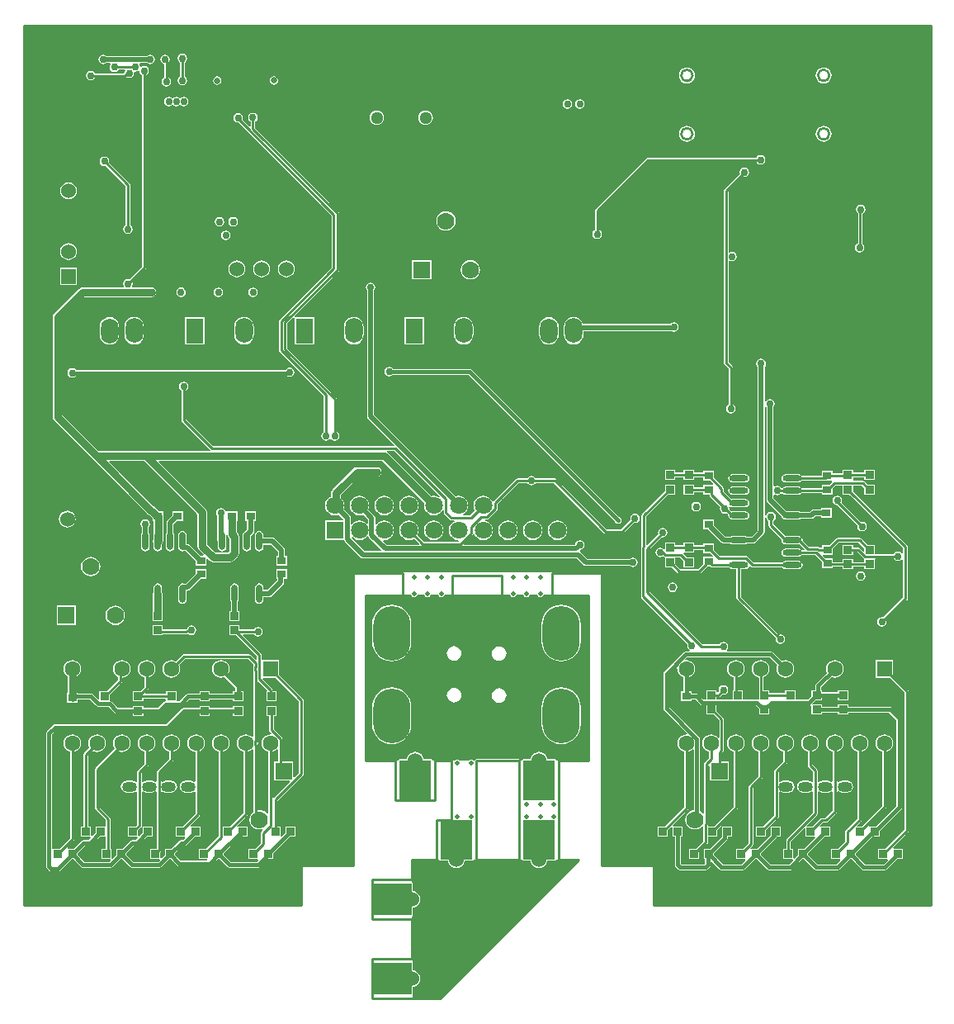
<source format=gbl>
G04*
G04 #@! TF.GenerationSoftware,Altium Limited,Altium Designer,20.2.6 (244)*
G04*
G04 Layer_Physical_Order=4*
G04 Layer_Color=16711680*
%FSLAX24Y24*%
%MOIN*%
G70*
G04*
G04 #@! TF.SameCoordinates,939C5B67-7932-4E13-932B-422522EE1AF6*
G04*
G04*
G04 #@! TF.FilePolarity,Positive*
G04*
G01*
G75*
%ADD10C,0.0100*%
%ADD17C,0.0300*%
%ADD22R,0.0354X0.0315*%
%ADD28R,0.0320X0.0320*%
%ADD34R,0.0340X0.0318*%
%ADD90C,0.0200*%
%ADD91C,0.0150*%
%ADD93R,0.1300X0.1600*%
%ADD94R,0.1600X0.1300*%
%ADD95C,0.0600*%
%ADD96O,0.1500X0.2200*%
%ADD97R,0.0709X0.1024*%
%ADD98O,0.0709X0.1024*%
%ADD99R,0.0709X0.0709*%
%ADD100C,0.0709*%
%ADD101C,0.0512*%
%ADD102R,0.0600X0.0600*%
%ADD103R,0.0630X0.0630*%
%ADD104C,0.0630*%
%ADD105R,0.0600X0.0600*%
%ADD106O,0.0600X0.0400*%
%ADD107R,0.0600X0.0400*%
%ADD108O,0.0600X0.1000*%
%ADD109C,0.0700*%
%ADD110R,0.0700X0.0700*%
%ADD111C,0.0256*%
%ADD112O,0.0394X0.0827*%
%ADD113O,0.0394X0.0709*%
%ADD114C,0.0200*%
%ADD115C,0.0300*%
%ADD136O,0.0248X0.0734*%
%ADD137O,0.0776X0.0237*%
G36*
X45300Y23450D02*
X44003D01*
Y23460D01*
X43991Y23491D01*
X43960Y23503D01*
X43647D01*
X43641Y23549D01*
X43607Y23631D01*
X43552Y23702D01*
X43481Y23757D01*
X43399Y23791D01*
X43310Y23803D01*
X43221Y23791D01*
X43139Y23757D01*
X43068Y23702D01*
X43013Y23631D01*
X42979Y23549D01*
X42973Y23503D01*
X42660D01*
X42629Y23491D01*
X42617Y23460D01*
Y23450D01*
X42553D01*
Y23460D01*
X42541Y23491D01*
X42510Y23503D01*
X40770D01*
X40739Y23491D01*
X40727Y23460D01*
Y23450D01*
X40652D01*
X40651Y23451D01*
X40605Y23482D01*
X40550Y23493D01*
X40495Y23482D01*
X40449Y23451D01*
X40448Y23450D01*
X40102D01*
X40101Y23451D01*
X40055Y23482D01*
X40000Y23493D01*
X39945Y23482D01*
X39899Y23451D01*
X39898Y23450D01*
X39003D01*
Y23460D01*
X38991Y23491D01*
X38960Y23503D01*
X38647D01*
X38641Y23549D01*
X38607Y23631D01*
X38552Y23702D01*
X38481Y23757D01*
X38399Y23791D01*
X38310Y23803D01*
X38221Y23791D01*
X38139Y23757D01*
X38068Y23702D01*
X38013Y23631D01*
X37979Y23549D01*
X37973Y23503D01*
X37660D01*
X37629Y23491D01*
X37617Y23460D01*
Y23450D01*
X36300D01*
Y30150D01*
X38117D01*
X38118Y30145D01*
X38149Y30099D01*
X38195Y30068D01*
X38250Y30057D01*
X38305Y30068D01*
X38351Y30099D01*
X38382Y30145D01*
X38383Y30150D01*
X38667D01*
X38668Y30145D01*
X38699Y30099D01*
X38745Y30068D01*
X38800Y30057D01*
X38855Y30068D01*
X38901Y30099D01*
X38932Y30145D01*
X38933Y30150D01*
X39217D01*
X39218Y30145D01*
X39249Y30099D01*
X39295Y30068D01*
X39350Y30057D01*
X39405Y30068D01*
X39451Y30099D01*
X39482Y30145D01*
X39483Y30150D01*
X39757D01*
Y30130D01*
X39769Y30099D01*
X39800Y30087D01*
X41800D01*
X41831Y30099D01*
X41843Y30130D01*
Y30150D01*
X42117D01*
X42118Y30145D01*
X42149Y30099D01*
X42195Y30068D01*
X42250Y30057D01*
X42305Y30068D01*
X42351Y30099D01*
X42382Y30145D01*
X42383Y30150D01*
X42667D01*
X42668Y30145D01*
X42699Y30099D01*
X42745Y30068D01*
X42800Y30057D01*
X42855Y30068D01*
X42901Y30099D01*
X42932Y30145D01*
X42933Y30150D01*
X43217D01*
X43218Y30145D01*
X43249Y30099D01*
X43295Y30068D01*
X43350Y30057D01*
X43405Y30068D01*
X43451Y30099D01*
X43482Y30145D01*
X43483Y30150D01*
X45300D01*
Y23450D01*
D02*
G37*
G36*
X44804Y19404D02*
X39250Y13850D01*
X38200D01*
X38199Y13972D01*
X38201Y13973D01*
X38213Y14003D01*
Y14316D01*
X38259Y14322D01*
X38341Y14356D01*
X38412Y14411D01*
X38467Y14482D01*
X38501Y14565D01*
X38513Y14653D01*
X38501Y14742D01*
X38467Y14825D01*
X38412Y14896D01*
X38341Y14950D01*
X38259Y14985D01*
X38213Y14991D01*
Y15303D01*
X38201Y15334D01*
X38187Y15340D01*
X38170Y17160D01*
X38201Y17173D01*
X38213Y17203D01*
Y17516D01*
X38259Y17522D01*
X38341Y17556D01*
X38412Y17611D01*
X38467Y17682D01*
X38501Y17765D01*
X38513Y17853D01*
X38501Y17942D01*
X38467Y18025D01*
X38412Y18096D01*
X38341Y18150D01*
X38259Y18185D01*
X38213Y18191D01*
Y18503D01*
X38201Y18534D01*
X38170Y18547D01*
X38158D01*
X38150Y19414D01*
X38186Y19450D01*
X39281D01*
X39289Y19429D01*
X39320Y19417D01*
X39633D01*
X39639Y19371D01*
X39673Y19289D01*
X39728Y19218D01*
X39799Y19163D01*
X39881Y19129D01*
X39970Y19117D01*
X40059Y19129D01*
X40141Y19163D01*
X40212Y19218D01*
X40267Y19289D01*
X40301Y19371D01*
X40307Y19417D01*
X40620D01*
X40651Y19429D01*
X40659Y19450D01*
X40731D01*
X40739Y19429D01*
X40770Y19417D01*
X42510D01*
X42541Y19429D01*
X42549Y19450D01*
X42621D01*
X42629Y19429D01*
X42660Y19417D01*
X42973D01*
X42979Y19371D01*
X43013Y19289D01*
X43068Y19218D01*
X43139Y19163D01*
X43221Y19129D01*
X43310Y19117D01*
X43399Y19129D01*
X43481Y19163D01*
X43552Y19218D01*
X43607Y19289D01*
X43641Y19371D01*
X43647Y19417D01*
X43960D01*
X43991Y19429D01*
X43999Y19450D01*
X44785D01*
X44804Y19404D01*
D02*
G37*
G36*
X59104Y53054D02*
X59100Y53050D01*
Y17600D01*
X47900D01*
Y19200D01*
X45850D01*
X45800Y19250D01*
Y31050D01*
X35800D01*
Y19250D01*
X33700D01*
Y17600D01*
X22500D01*
Y53100D01*
X59085D01*
X59104Y53054D01*
D02*
G37*
%LPC*%
G36*
X39870Y28073D02*
X39794Y28063D01*
X39724Y28033D01*
X39663Y27987D01*
X39617Y27926D01*
X39587Y27856D01*
X39578Y27780D01*
X39587Y27704D01*
X39617Y27634D01*
X39663Y27573D01*
X39724Y27527D01*
X39794Y27497D01*
X39870Y27487D01*
X39946Y27497D01*
X40016Y27527D01*
X40077Y27573D01*
X40123Y27634D01*
X40153Y27704D01*
X40163Y27780D01*
X40153Y27856D01*
X40123Y27926D01*
X40077Y27987D01*
X40016Y28033D01*
X39946Y28063D01*
X39870Y28073D01*
D02*
G37*
G36*
X41690Y28063D02*
X41614Y28053D01*
X41544Y28023D01*
X41483Y27977D01*
X41437Y27916D01*
X41407Y27846D01*
X41398Y27770D01*
X41407Y27694D01*
X41437Y27624D01*
X41483Y27563D01*
X41544Y27517D01*
X41614Y27487D01*
X41690Y27478D01*
X41766Y27487D01*
X41836Y27517D01*
X41897Y27563D01*
X41943Y27624D01*
X41973Y27694D01*
X41982Y27770D01*
X41973Y27846D01*
X41943Y27916D01*
X41897Y27977D01*
X41836Y28023D01*
X41766Y28053D01*
X41690Y28063D01*
D02*
G37*
G36*
X44200Y29744D02*
X44045Y29729D01*
X43896Y29683D01*
X43759Y29610D01*
X43639Y29511D01*
X43540Y29391D01*
X43467Y29254D01*
X43421Y29105D01*
X43406Y28950D01*
Y28250D01*
X43421Y28095D01*
X43467Y27946D01*
X43540Y27809D01*
X43639Y27689D01*
X43759Y27590D01*
X43896Y27517D01*
X44045Y27471D01*
X44200Y27456D01*
X44355Y27471D01*
X44504Y27517D01*
X44641Y27590D01*
X44761Y27689D01*
X44860Y27809D01*
X44933Y27946D01*
X44979Y28095D01*
X44994Y28250D01*
Y28950D01*
X44979Y29105D01*
X44933Y29254D01*
X44860Y29391D01*
X44761Y29511D01*
X44641Y29610D01*
X44504Y29683D01*
X44355Y29729D01*
X44200Y29744D01*
D02*
G37*
G36*
X37350D02*
X37195Y29729D01*
X37046Y29683D01*
X36909Y29610D01*
X36789Y29511D01*
X36690Y29391D01*
X36617Y29254D01*
X36571Y29105D01*
X36556Y28950D01*
Y28250D01*
X36571Y28095D01*
X36617Y27946D01*
X36690Y27809D01*
X36789Y27689D01*
X36909Y27590D01*
X37046Y27517D01*
X37195Y27471D01*
X37350Y27456D01*
X37505Y27471D01*
X37654Y27517D01*
X37791Y27590D01*
X37911Y27689D01*
X38010Y27809D01*
X38083Y27946D01*
X38129Y28095D01*
X38144Y28250D01*
Y28950D01*
X38129Y29105D01*
X38083Y29254D01*
X38010Y29391D01*
X37911Y29511D01*
X37791Y29610D01*
X37654Y29683D01*
X37505Y29729D01*
X37350Y29744D01*
D02*
G37*
G36*
X39870Y26383D02*
X39794Y26373D01*
X39724Y26343D01*
X39663Y26297D01*
X39617Y26236D01*
X39587Y26166D01*
X39578Y26090D01*
X39587Y26014D01*
X39617Y25944D01*
X39663Y25883D01*
X39724Y25837D01*
X39794Y25807D01*
X39870Y25798D01*
X39946Y25807D01*
X40016Y25837D01*
X40077Y25883D01*
X40123Y25944D01*
X40153Y26014D01*
X40163Y26090D01*
X40153Y26166D01*
X40123Y26236D01*
X40077Y26297D01*
X40016Y26343D01*
X39946Y26373D01*
X39870Y26383D01*
D02*
G37*
G36*
X41690Y26372D02*
X41614Y26363D01*
X41544Y26333D01*
X41483Y26287D01*
X41437Y26226D01*
X41407Y26156D01*
X41398Y26080D01*
X41407Y26004D01*
X41437Y25934D01*
X41483Y25873D01*
X41544Y25827D01*
X41614Y25797D01*
X41690Y25787D01*
X41766Y25797D01*
X41836Y25827D01*
X41897Y25873D01*
X41943Y25934D01*
X41973Y26004D01*
X41982Y26080D01*
X41973Y26156D01*
X41943Y26226D01*
X41897Y26287D01*
X41836Y26333D01*
X41766Y26363D01*
X41690Y26372D01*
D02*
G37*
G36*
X44200Y26404D02*
X44045Y26389D01*
X43896Y26343D01*
X43759Y26270D01*
X43639Y26171D01*
X43540Y26051D01*
X43467Y25914D01*
X43421Y25765D01*
X43406Y25610D01*
Y24910D01*
X43421Y24755D01*
X43467Y24606D01*
X43540Y24469D01*
X43639Y24349D01*
X43759Y24250D01*
X43896Y24177D01*
X44045Y24131D01*
X44200Y24116D01*
X44355Y24131D01*
X44504Y24177D01*
X44641Y24250D01*
X44761Y24349D01*
X44860Y24469D01*
X44933Y24606D01*
X44979Y24755D01*
X44994Y24910D01*
Y25610D01*
X44979Y25765D01*
X44933Y25914D01*
X44860Y26051D01*
X44761Y26171D01*
X44641Y26270D01*
X44504Y26343D01*
X44355Y26389D01*
X44200Y26404D01*
D02*
G37*
G36*
X37350D02*
X37195Y26389D01*
X37046Y26343D01*
X36909Y26270D01*
X36789Y26171D01*
X36690Y26051D01*
X36617Y25914D01*
X36571Y25765D01*
X36556Y25610D01*
Y24910D01*
X36571Y24755D01*
X36617Y24606D01*
X36690Y24469D01*
X36789Y24349D01*
X36909Y24250D01*
X37046Y24177D01*
X37195Y24131D01*
X37350Y24116D01*
X37505Y24131D01*
X37654Y24177D01*
X37791Y24250D01*
X37911Y24349D01*
X38010Y24469D01*
X38083Y24606D01*
X38129Y24755D01*
X38144Y24910D01*
Y25610D01*
X38129Y25765D01*
X38083Y25914D01*
X38010Y26051D01*
X37911Y26171D01*
X37791Y26270D01*
X37654Y26343D01*
X37505Y26389D01*
X37350Y26404D01*
D02*
G37*
G36*
X27600Y51944D02*
X27526Y51929D01*
X27472Y51893D01*
X25828D01*
X25774Y51929D01*
X25700Y51944D01*
X25626Y51929D01*
X25563Y51887D01*
X25521Y51824D01*
X25506Y51750D01*
X25521Y51676D01*
X25563Y51613D01*
X25626Y51571D01*
X25700Y51556D01*
X25774Y51571D01*
X25828Y51607D01*
X25975D01*
X26000Y51557D01*
X25971Y51514D01*
X25956Y51440D01*
X25971Y51366D01*
X26013Y51303D01*
X26076Y51261D01*
X26150Y51246D01*
X26224Y51261D01*
X26287Y51303D01*
X26324Y51358D01*
X26567D01*
X26594Y51308D01*
X26571Y51274D01*
X26565Y51245D01*
X26512Y51192D01*
X25367D01*
X25337Y51237D01*
X25274Y51279D01*
X25200Y51294D01*
X25126Y51279D01*
X25063Y51237D01*
X25021Y51174D01*
X25006Y51100D01*
X25021Y51026D01*
X25063Y50963D01*
X25126Y50921D01*
X25200Y50906D01*
X25274Y50921D01*
X25337Y50963D01*
X25367Y51008D01*
X26550D01*
X26585Y51015D01*
X26615Y51035D01*
X26631Y51051D01*
X26676Y51021D01*
X26750Y51006D01*
X26824Y51021D01*
X26887Y51063D01*
X26929Y51126D01*
X26944Y51200D01*
X26939Y51226D01*
X26974Y51261D01*
X27000Y51256D01*
X27074Y51271D01*
X27108Y51294D01*
X27162Y51270D01*
X27171Y51226D01*
X27213Y51163D01*
X27258Y51133D01*
Y43388D01*
X26753Y42883D01*
X26700Y42894D01*
X26626Y42879D01*
X26563Y42837D01*
X26521Y42774D01*
X26506Y42700D01*
X26521Y42626D01*
X26538Y42600D01*
X26511Y42551D01*
X24857D01*
X24783Y42536D01*
X24720Y42494D01*
X23713Y41487D01*
X23671Y41424D01*
X23656Y41350D01*
Y37328D01*
X23671Y37254D01*
X23713Y37191D01*
X25291Y35613D01*
X27507Y33397D01*
X27570Y33355D01*
X27585Y33352D01*
X27683Y33254D01*
Y33133D01*
X27733D01*
Y32928D01*
X27732Y32922D01*
Y32397D01*
X27721Y32380D01*
X27706Y32306D01*
X27721Y32232D01*
X27733Y32214D01*
Y32063D01*
X27745Y31999D01*
X27782Y31945D01*
X27836Y31908D01*
X27900Y31896D01*
X27964Y31908D01*
X28018Y31945D01*
X28054Y31999D01*
X28067Y32063D01*
Y32201D01*
X28105Y32258D01*
X28120Y32332D01*
Y32917D01*
X28121Y32923D01*
Y33323D01*
X28117Y33342D01*
Y33528D01*
X27957D01*
X27814Y33671D01*
X27751Y33713D01*
X27736Y33716D01*
X25942Y35510D01*
X25961Y35556D01*
X27349D01*
X29506Y33399D01*
Y32100D01*
X29521Y32026D01*
X29563Y31963D01*
X29757Y31769D01*
X29738Y31723D01*
X29635D01*
X29203Y32155D01*
X29157Y32186D01*
X29102Y32197D01*
X29067Y32229D01*
Y32549D01*
X29055Y32613D01*
X29018Y32667D01*
X28964Y32704D01*
X28900Y32716D01*
X28836Y32704D01*
X28782Y32667D01*
X28746Y32613D01*
X28733Y32549D01*
Y32063D01*
X28746Y31999D01*
X28782Y31945D01*
X28836Y31908D01*
X28900Y31896D01*
X28964Y31908D01*
X28968Y31911D01*
X29043D01*
X29433Y31521D01*
Y31328D01*
X29867D01*
Y31594D01*
X29913Y31613D01*
X30013Y31513D01*
X30076Y31471D01*
X30150Y31456D01*
X30824D01*
X30898Y31471D01*
X30961Y31513D01*
X31137Y31689D01*
X31179Y31752D01*
X31194Y31826D01*
Y32497D01*
X31179Y32571D01*
X31156Y32606D01*
X31154Y32613D01*
X31118Y32667D01*
X31094Y32684D01*
Y33133D01*
X31117D01*
Y33528D01*
X30683D01*
Y33510D01*
X30633Y33505D01*
X30629Y33524D01*
X30587Y33587D01*
X30524Y33629D01*
X30450Y33644D01*
X30376Y33629D01*
X30313Y33587D01*
X30271Y33524D01*
X30256Y33450D01*
X30271Y33376D01*
X30307Y33322D01*
Y32356D01*
X30307Y32356D01*
X30318Y32301D01*
X30333Y32280D01*
Y32063D01*
X30345Y31999D01*
X30382Y31945D01*
X30436Y31908D01*
X30500Y31896D01*
X30564Y31908D01*
X30618Y31945D01*
X30654Y31999D01*
X30667Y32063D01*
Y32537D01*
X30717Y32542D01*
X30721Y32523D01*
X30763Y32460D01*
X30806Y32417D01*
Y31906D01*
X30744Y31844D01*
X30230D01*
X29894Y32180D01*
Y33479D01*
X29879Y33553D01*
X29837Y33616D01*
X27943Y35510D01*
X27962Y35556D01*
X36970D01*
X38668Y33858D01*
X38666Y33853D01*
X38652Y33750D01*
X38666Y33647D01*
X38706Y33551D01*
X38769Y33469D01*
X38851Y33406D01*
X38947Y33366D01*
X39050Y33352D01*
X39153Y33366D01*
X39249Y33406D01*
X39331Y33469D01*
X39394Y33551D01*
X39400Y33565D01*
X39450Y33555D01*
Y33458D01*
X39457Y33423D01*
X39477Y33393D01*
X39685Y33185D01*
X39715Y33165D01*
X39750Y33158D01*
X39874D01*
X39884Y33108D01*
X39851Y33094D01*
X39769Y33031D01*
X39706Y32949D01*
X39666Y32853D01*
X39652Y32750D01*
X39666Y32647D01*
X39706Y32551D01*
X39769Y32469D01*
X39851Y32406D01*
X39947Y32366D01*
X40041Y32353D01*
X40059Y32330D01*
X40069Y32304D01*
X40061Y32292D01*
X38638D01*
X38388Y32542D01*
X38394Y32551D01*
X38434Y32647D01*
X38448Y32750D01*
X38434Y32853D01*
X38394Y32949D01*
X38331Y33031D01*
X38249Y33094D01*
X38153Y33134D01*
X38050Y33148D01*
X37947Y33134D01*
X37851Y33094D01*
X37769Y33031D01*
X37706Y32949D01*
X37666Y32853D01*
X37652Y32750D01*
X37666Y32647D01*
X37706Y32551D01*
X37769Y32469D01*
X37851Y32406D01*
X37947Y32366D01*
X38050Y32352D01*
X38153Y32366D01*
X38249Y32406D01*
X38258Y32412D01*
X38471Y32199D01*
X38452Y32153D01*
X37150D01*
X36994Y32309D01*
X37017Y32357D01*
X37050Y32352D01*
X37153Y32366D01*
X37249Y32406D01*
X37331Y32469D01*
X37394Y32551D01*
X37434Y32647D01*
X37448Y32750D01*
X37434Y32853D01*
X37394Y32949D01*
X37331Y33031D01*
X37249Y33094D01*
X37153Y33134D01*
X37050Y33148D01*
X36947Y33134D01*
X36851Y33094D01*
X36769Y33031D01*
X36737Y32990D01*
X36687Y33007D01*
Y33256D01*
X36687Y33256D01*
X36676Y33310D01*
X36645Y33357D01*
X36645Y33357D01*
X36411Y33591D01*
X36434Y33647D01*
X36448Y33750D01*
X36434Y33853D01*
X36394Y33949D01*
X36331Y34031D01*
X36249Y34094D01*
X36153Y34134D01*
X36050Y34148D01*
X35947Y34134D01*
X35851Y34094D01*
X35769Y34031D01*
X35706Y33949D01*
X35666Y33853D01*
X35652Y33750D01*
X35666Y33647D01*
X35706Y33551D01*
X35769Y33469D01*
X35851Y33406D01*
X35947Y33366D01*
X36050Y33352D01*
X36153Y33366D01*
X36209Y33389D01*
X36402Y33197D01*
Y33022D01*
X36352Y33005D01*
X36331Y33031D01*
X36249Y33094D01*
X36153Y33134D01*
X36050Y33148D01*
X35947Y33134D01*
X35851Y33094D01*
X35769Y33031D01*
X35743Y32997D01*
X35693Y33014D01*
Y33250D01*
X35693Y33250D01*
X35682Y33305D01*
X35651Y33351D01*
X35651Y33351D01*
X35411Y33591D01*
X35434Y33647D01*
X35448Y33750D01*
X35434Y33853D01*
X35394Y33949D01*
X35331Y34031D01*
X35287Y34065D01*
Y34164D01*
X36030Y34906D01*
X36750D01*
X36824Y34921D01*
X36887Y34963D01*
X36929Y35026D01*
X36944Y35100D01*
X36929Y35174D01*
X36887Y35237D01*
X36824Y35279D01*
X36750Y35294D01*
X35950D01*
X35876Y35279D01*
X35813Y35237D01*
X34957Y34381D01*
X34915Y34318D01*
X34900Y34244D01*
Y34115D01*
X34851Y34094D01*
X34769Y34031D01*
X34706Y33949D01*
X34666Y33853D01*
X34652Y33750D01*
X34666Y33647D01*
X34706Y33551D01*
X34769Y33469D01*
X34851Y33406D01*
X34947Y33366D01*
X35050Y33352D01*
X35153Y33366D01*
X35209Y33389D01*
X35404Y33194D01*
X35399Y33144D01*
X34656D01*
Y32356D01*
X35416D01*
X35418Y32345D01*
X35449Y32299D01*
X36089Y31659D01*
X36089Y31659D01*
X36135Y31628D01*
X36190Y31617D01*
X36190Y31617D01*
X44831D01*
X45099Y31349D01*
X45099Y31349D01*
X45145Y31318D01*
X45200Y31307D01*
X45200Y31307D01*
X46972D01*
X47026Y31271D01*
X47100Y31256D01*
X47174Y31271D01*
X47237Y31313D01*
X47279Y31376D01*
X47294Y31450D01*
X47279Y31524D01*
X47237Y31587D01*
X47174Y31629D01*
X47100Y31644D01*
X47026Y31629D01*
X46972Y31593D01*
X45259D01*
X44991Y31861D01*
X44957Y31884D01*
X44949Y31914D01*
X44977Y31962D01*
X45024Y31971D01*
X45087Y32013D01*
X45129Y32076D01*
X45144Y32150D01*
X45129Y32224D01*
X45087Y32287D01*
X45024Y32329D01*
X44950Y32344D01*
X44876Y32329D01*
X44813Y32287D01*
X44771Y32224D01*
X44758Y32160D01*
X44751Y32153D01*
X40276D01*
X40257Y32199D01*
X40615Y32557D01*
X40635Y32587D01*
X40635Y32590D01*
X40640Y32593D01*
X40687Y32595D01*
X40706Y32551D01*
X40769Y32469D01*
X40851Y32406D01*
X40947Y32366D01*
X41050Y32352D01*
X41153Y32366D01*
X41249Y32406D01*
X41331Y32469D01*
X41394Y32551D01*
X41434Y32647D01*
X41448Y32750D01*
X41434Y32853D01*
X41394Y32949D01*
X41331Y33031D01*
X41249Y33094D01*
X41153Y33134D01*
X41139Y33136D01*
X41142Y33186D01*
X41206D01*
X41241Y33193D01*
X41271Y33213D01*
X41601Y33543D01*
X41621Y33573D01*
X41628Y33608D01*
Y33826D01*
X42460Y34658D01*
X42833D01*
X42863Y34613D01*
X42926Y34571D01*
X43000Y34556D01*
X43074Y34571D01*
X43137Y34613D01*
X43167Y34658D01*
X43912D01*
X45935Y32635D01*
X45965Y32615D01*
X46000Y32608D01*
X46650D01*
X46685Y32615D01*
X46715Y32635D01*
X47127Y33047D01*
X47180Y33036D01*
X47254Y33051D01*
X47317Y33093D01*
X47359Y33156D01*
X47374Y33230D01*
X47359Y33304D01*
X47317Y33367D01*
X47254Y33409D01*
X47180Y33424D01*
X47106Y33409D01*
X47043Y33367D01*
X47001Y33304D01*
X46986Y33230D01*
X46997Y33177D01*
X46612Y32792D01*
X46038D01*
X44015Y34815D01*
X43985Y34835D01*
X43950Y34842D01*
X43167D01*
X43137Y34887D01*
X43074Y34929D01*
X43000Y34944D01*
X42926Y34929D01*
X42863Y34887D01*
X42833Y34842D01*
X42422D01*
X42387Y34835D01*
X42357Y34815D01*
X41471Y33929D01*
X41462Y33916D01*
X41408Y33917D01*
X41408Y33917D01*
X41394Y33949D01*
X41331Y34031D01*
X41249Y34094D01*
X41153Y34134D01*
X41050Y34148D01*
X40947Y34134D01*
X40851Y34094D01*
X40769Y34031D01*
X40706Y33949D01*
X40666Y33853D01*
X40652Y33750D01*
X40666Y33647D01*
X40706Y33551D01*
X40712Y33542D01*
X40512Y33342D01*
X40226D01*
X40216Y33392D01*
X40249Y33406D01*
X40331Y33469D01*
X40394Y33551D01*
X40434Y33647D01*
X40448Y33750D01*
X40434Y33853D01*
X40394Y33949D01*
X40331Y34031D01*
X40249Y34094D01*
X40153Y34134D01*
X40050Y34148D01*
X39947Y34134D01*
X39926Y34126D01*
X36643Y37409D01*
Y42422D01*
X36679Y42476D01*
X36694Y42550D01*
X36679Y42624D01*
X36637Y42687D01*
X36574Y42729D01*
X36500Y42744D01*
X36426Y42729D01*
X36363Y42687D01*
X36321Y42624D01*
X36306Y42550D01*
X36321Y42476D01*
X36357Y42422D01*
Y37350D01*
X36357Y37350D01*
X36368Y37295D01*
X36399Y37249D01*
X37456Y36192D01*
X37436Y36142D01*
X30138D01*
X29042Y37238D01*
Y38383D01*
X29087Y38413D01*
X29129Y38476D01*
X29144Y38550D01*
X29129Y38624D01*
X29087Y38687D01*
X29024Y38729D01*
X28950Y38744D01*
X28876Y38729D01*
X28813Y38687D01*
X28771Y38624D01*
X28756Y38550D01*
X28771Y38476D01*
X28813Y38413D01*
X28858Y38383D01*
Y37200D01*
X28865Y37165D01*
X28885Y37135D01*
X30027Y35994D01*
X30018Y35960D01*
X30007Y35944D01*
X25509D01*
X24044Y37409D01*
Y41270D01*
X24937Y42163D01*
X27650D01*
X27724Y42178D01*
X27787Y42220D01*
X27829Y42283D01*
X27844Y42357D01*
X27829Y42431D01*
X27787Y42494D01*
X27724Y42536D01*
X27650Y42551D01*
X26889D01*
X26862Y42600D01*
X26879Y42626D01*
X26894Y42700D01*
X26883Y42753D01*
X27415Y43285D01*
X27435Y43315D01*
X27442Y43350D01*
Y51133D01*
X27487Y51163D01*
X27529Y51226D01*
X27544Y51300D01*
X27529Y51374D01*
X27487Y51437D01*
X27424Y51479D01*
X27350Y51494D01*
X27276Y51479D01*
X27242Y51456D01*
X27188Y51480D01*
X27179Y51524D01*
X27157Y51557D01*
X27184Y51607D01*
X27472D01*
X27526Y51571D01*
X27600Y51556D01*
X27674Y51571D01*
X27737Y51613D01*
X27779Y51676D01*
X27794Y51750D01*
X27779Y51824D01*
X27737Y51887D01*
X27674Y51929D01*
X27600Y51944D01*
D02*
G37*
G36*
X54800Y51433D02*
X54716Y51422D01*
X54639Y51390D01*
X54572Y51338D01*
X54520Y51271D01*
X54488Y51194D01*
X54477Y51110D01*
X54488Y51026D01*
X54520Y50949D01*
X54572Y50882D01*
X54639Y50830D01*
X54716Y50798D01*
X54800Y50787D01*
X54884Y50798D01*
X54961Y50830D01*
X55028Y50882D01*
X55080Y50949D01*
X55112Y51026D01*
X55123Y51110D01*
X55112Y51194D01*
X55080Y51271D01*
X55028Y51338D01*
X54961Y51390D01*
X54884Y51422D01*
X54800Y51433D01*
D02*
G37*
G36*
X49275D02*
X49191Y51422D01*
X49114Y51390D01*
X49047Y51338D01*
X48995Y51271D01*
X48963Y51194D01*
X48952Y51110D01*
X48963Y51026D01*
X48995Y50949D01*
X49047Y50882D01*
X49114Y50830D01*
X49191Y50798D01*
X49275Y50787D01*
X49359Y50798D01*
X49436Y50830D01*
X49503Y50882D01*
X49555Y50949D01*
X49587Y51026D01*
X49598Y51110D01*
X49587Y51194D01*
X49555Y51271D01*
X49503Y51338D01*
X49436Y51390D01*
X49359Y51422D01*
X49275Y51433D01*
D02*
G37*
G36*
X32592Y51073D02*
X32526Y51060D01*
X32471Y51023D01*
X32433Y50967D01*
X32420Y50902D01*
X32433Y50836D01*
X32471Y50781D01*
X32526Y50744D01*
X32592Y50731D01*
X32657Y50744D01*
X32713Y50781D01*
X32750Y50836D01*
X32763Y50902D01*
X32750Y50967D01*
X32713Y51023D01*
X32657Y51060D01*
X32592Y51073D01*
D02*
G37*
G36*
X30308Y51069D02*
X30243Y51056D01*
X30187Y51019D01*
X30150Y50963D01*
X30137Y50898D01*
X30150Y50832D01*
X30187Y50777D01*
X30243Y50740D01*
X30308Y50727D01*
X30374Y50740D01*
X30429Y50777D01*
X30466Y50832D01*
X30480Y50898D01*
X30466Y50963D01*
X30429Y51019D01*
X30374Y51056D01*
X30308Y51069D01*
D02*
G37*
G36*
X28900Y51994D02*
X28826Y51979D01*
X28763Y51937D01*
X28721Y51874D01*
X28706Y51800D01*
X28721Y51726D01*
X28763Y51663D01*
X28808Y51633D01*
Y51067D01*
X28763Y51037D01*
X28721Y50974D01*
X28706Y50900D01*
X28721Y50826D01*
X28763Y50763D01*
X28826Y50721D01*
X28900Y50706D01*
X28974Y50721D01*
X29037Y50763D01*
X29079Y50826D01*
X29094Y50900D01*
X29079Y50974D01*
X29037Y51037D01*
X28992Y51067D01*
Y51633D01*
X29037Y51663D01*
X29079Y51726D01*
X29094Y51800D01*
X29079Y51874D01*
X29037Y51937D01*
X28974Y51979D01*
X28900Y51994D01*
D02*
G37*
G36*
X28200Y51944D02*
X28126Y51929D01*
X28063Y51887D01*
X28021Y51824D01*
X28006Y51750D01*
X28021Y51676D01*
X28063Y51613D01*
X28126Y51571D01*
X28158Y51565D01*
Y51017D01*
X28113Y50987D01*
X28071Y50924D01*
X28056Y50850D01*
X28071Y50776D01*
X28113Y50713D01*
X28176Y50671D01*
X28250Y50656D01*
X28324Y50671D01*
X28387Y50713D01*
X28429Y50776D01*
X28444Y50850D01*
X28429Y50924D01*
X28387Y50987D01*
X28342Y51017D01*
Y51620D01*
X28379Y51676D01*
X28394Y51750D01*
X28379Y51824D01*
X28337Y51887D01*
X28274Y51929D01*
X28200Y51944D01*
D02*
G37*
G36*
X28950Y50244D02*
X28876Y50229D01*
X28813Y50187D01*
X28787D01*
X28724Y50229D01*
X28650Y50244D01*
X28576Y50229D01*
X28513Y50187D01*
X28487D01*
X28424Y50229D01*
X28350Y50244D01*
X28276Y50229D01*
X28213Y50187D01*
X28171Y50124D01*
X28156Y50050D01*
X28171Y49976D01*
X28213Y49913D01*
X28276Y49871D01*
X28350Y49856D01*
X28424Y49871D01*
X28487Y49913D01*
X28513D01*
X28576Y49871D01*
X28650Y49856D01*
X28724Y49871D01*
X28787Y49913D01*
X28813D01*
X28876Y49871D01*
X28950Y49856D01*
X29024Y49871D01*
X29087Y49913D01*
X29129Y49976D01*
X29144Y50050D01*
X29129Y50124D01*
X29087Y50187D01*
X29024Y50229D01*
X28950Y50244D01*
D02*
G37*
G36*
X44950Y50144D02*
X44876Y50129D01*
X44813Y50087D01*
X44771Y50024D01*
X44756Y49950D01*
X44771Y49876D01*
X44813Y49813D01*
X44876Y49771D01*
X44950Y49756D01*
X45024Y49771D01*
X45087Y49813D01*
X45129Y49876D01*
X45144Y49950D01*
X45129Y50024D01*
X45087Y50087D01*
X45024Y50129D01*
X44950Y50144D01*
D02*
G37*
G36*
X44450D02*
X44376Y50129D01*
X44313Y50087D01*
X44271Y50024D01*
X44256Y49950D01*
X44271Y49876D01*
X44313Y49813D01*
X44376Y49771D01*
X44450Y49756D01*
X44524Y49771D01*
X44587Y49813D01*
X44629Y49876D01*
X44644Y49950D01*
X44629Y50024D01*
X44587Y50087D01*
X44524Y50129D01*
X44450Y50144D01*
D02*
G37*
G36*
X38719Y49698D02*
X38641Y49688D01*
X38569Y49658D01*
X38507Y49611D01*
X38460Y49549D01*
X38430Y49477D01*
X38420Y49400D01*
X38430Y49323D01*
X38460Y49251D01*
X38507Y49189D01*
X38569Y49142D01*
X38641Y49112D01*
X38719Y49102D01*
X38796Y49112D01*
X38868Y49142D01*
X38930Y49189D01*
X38977Y49251D01*
X39007Y49323D01*
X39017Y49400D01*
X39007Y49477D01*
X38977Y49549D01*
X38930Y49611D01*
X38868Y49658D01*
X38796Y49688D01*
X38719Y49698D01*
D02*
G37*
G36*
X36750D02*
X36673Y49688D01*
X36601Y49658D01*
X36539Y49611D01*
X36492Y49549D01*
X36462Y49477D01*
X36452Y49400D01*
X36462Y49323D01*
X36492Y49251D01*
X36539Y49189D01*
X36601Y49142D01*
X36673Y49112D01*
X36750Y49102D01*
X36827Y49112D01*
X36899Y49142D01*
X36961Y49189D01*
X37008Y49251D01*
X37038Y49323D01*
X37048Y49400D01*
X37038Y49477D01*
X37008Y49549D01*
X36961Y49611D01*
X36899Y49658D01*
X36827Y49688D01*
X36750Y49698D01*
D02*
G37*
G36*
X31745Y49598D02*
X31671Y49584D01*
X31608Y49542D01*
X31566Y49479D01*
X31552Y49405D01*
X31566Y49331D01*
X31608Y49268D01*
X31654Y49238D01*
Y49044D01*
X31607Y49024D01*
X31324Y49307D01*
X31334Y49321D01*
X31348Y49395D01*
X31334Y49469D01*
X31292Y49532D01*
X31229Y49574D01*
X31155Y49589D01*
X31081Y49574D01*
X31018Y49532D01*
X30976Y49469D01*
X30961Y49395D01*
X30976Y49321D01*
X31018Y49258D01*
X31081Y49216D01*
X31155Y49202D01*
X31168Y49204D01*
X34918Y45454D01*
Y43348D01*
X32835Y41265D01*
X32815Y41235D01*
X32808Y41200D01*
Y40002D01*
X32815Y39967D01*
X32835Y39937D01*
X34608Y38164D01*
Y36717D01*
X34563Y36687D01*
X34521Y36624D01*
X34506Y36550D01*
X34521Y36476D01*
X34563Y36413D01*
X34626Y36371D01*
X34700Y36356D01*
X34774Y36371D01*
X34837Y36413D01*
X34850Y36432D01*
X34900D01*
X34913Y36413D01*
X34976Y36371D01*
X35050Y36356D01*
X35124Y36371D01*
X35187Y36413D01*
X35229Y36476D01*
X35244Y36550D01*
X35229Y36624D01*
X35187Y36687D01*
X35142Y36717D01*
Y38050D01*
X35135Y38085D01*
X35115Y38115D01*
X33132Y40098D01*
Y41104D01*
X33383Y41355D01*
X33431Y41332D01*
X33431Y41307D01*
Y40246D01*
X34219D01*
Y41350D01*
X33477D01*
X33448Y41350D01*
X33425Y41398D01*
X35215Y43187D01*
X35235Y43217D01*
X35242Y43252D01*
Y45550D01*
X35235Y45585D01*
X35215Y45615D01*
X31837Y48993D01*
Y49238D01*
X31882Y49268D01*
X31924Y49331D01*
X31939Y49405D01*
X31924Y49479D01*
X31882Y49542D01*
X31819Y49584D01*
X31745Y49598D01*
D02*
G37*
G36*
X54800Y49073D02*
X54716Y49062D01*
X54639Y49030D01*
X54572Y48978D01*
X54520Y48911D01*
X54488Y48834D01*
X54477Y48750D01*
X54488Y48666D01*
X54520Y48589D01*
X54572Y48522D01*
X54639Y48470D01*
X54716Y48438D01*
X54800Y48427D01*
X54884Y48438D01*
X54961Y48470D01*
X55028Y48522D01*
X55080Y48589D01*
X55112Y48666D01*
X55123Y48750D01*
X55112Y48834D01*
X55080Y48911D01*
X55028Y48978D01*
X54961Y49030D01*
X54884Y49062D01*
X54800Y49073D01*
D02*
G37*
G36*
X49275D02*
X49191Y49062D01*
X49114Y49030D01*
X49047Y48978D01*
X48995Y48911D01*
X48963Y48834D01*
X48952Y48750D01*
X48963Y48666D01*
X48995Y48589D01*
X49047Y48522D01*
X49114Y48470D01*
X49191Y48438D01*
X49275Y48427D01*
X49359Y48438D01*
X49436Y48470D01*
X49503Y48522D01*
X49555Y48589D01*
X49587Y48666D01*
X49598Y48750D01*
X49587Y48834D01*
X49555Y48911D01*
X49503Y48978D01*
X49436Y49030D01*
X49359Y49062D01*
X49275Y49073D01*
D02*
G37*
G36*
X52250Y47894D02*
X52176Y47879D01*
X52113Y47837D01*
X52083Y47792D01*
X47700D01*
X47665Y47785D01*
X47635Y47765D01*
X45585Y45715D01*
X45565Y45685D01*
X45558Y45650D01*
Y44867D01*
X45513Y44837D01*
X45471Y44774D01*
X45456Y44700D01*
X45471Y44626D01*
X45513Y44563D01*
X45576Y44521D01*
X45650Y44506D01*
X45724Y44521D01*
X45787Y44563D01*
X45829Y44626D01*
X45844Y44700D01*
X45829Y44774D01*
X45787Y44837D01*
X45742Y44867D01*
Y45612D01*
X47738Y47608D01*
X52083D01*
X52113Y47563D01*
X52176Y47521D01*
X52250Y47506D01*
X52324Y47521D01*
X52387Y47563D01*
X52429Y47626D01*
X52444Y47700D01*
X52429Y47774D01*
X52387Y47837D01*
X52324Y47879D01*
X52250Y47894D01*
D02*
G37*
G36*
X51600Y47394D02*
X51526Y47379D01*
X51463Y47337D01*
X51421Y47274D01*
X51406Y47200D01*
X51417Y47147D01*
X50795Y46525D01*
X50775Y46495D01*
X50768Y46460D01*
Y39501D01*
X50775Y39465D01*
X50795Y39436D01*
X50958Y39273D01*
Y37817D01*
X50913Y37787D01*
X50871Y37724D01*
X50856Y37650D01*
X50871Y37576D01*
X50913Y37513D01*
X50976Y37471D01*
X51050Y37456D01*
X51124Y37471D01*
X51187Y37513D01*
X51229Y37576D01*
X51244Y37650D01*
X51229Y37724D01*
X51187Y37787D01*
X51142Y37817D01*
Y39311D01*
X51135Y39346D01*
X51115Y39375D01*
X50952Y39539D01*
Y43610D01*
X51002Y43637D01*
X51026Y43621D01*
X51100Y43606D01*
X51174Y43621D01*
X51237Y43663D01*
X51279Y43726D01*
X51294Y43800D01*
X51279Y43874D01*
X51237Y43937D01*
X51174Y43979D01*
X51100Y43994D01*
X51026Y43979D01*
X51002Y43963D01*
X50952Y43990D01*
Y46422D01*
X51547Y47017D01*
X51600Y47006D01*
X51674Y47021D01*
X51737Y47063D01*
X51779Y47126D01*
X51794Y47200D01*
X51779Y47274D01*
X51737Y47337D01*
X51674Y47379D01*
X51600Y47394D01*
D02*
G37*
G36*
X24300Y46793D02*
X24211Y46781D01*
X24129Y46747D01*
X24058Y46692D01*
X24003Y46621D01*
X23969Y46539D01*
X23957Y46450D01*
X23969Y46361D01*
X24003Y46279D01*
X24058Y46208D01*
X24129Y46153D01*
X24211Y46119D01*
X24300Y46107D01*
X24389Y46119D01*
X24471Y46153D01*
X24542Y46208D01*
X24597Y46279D01*
X24631Y46361D01*
X24643Y46450D01*
X24631Y46539D01*
X24597Y46621D01*
X24542Y46692D01*
X24471Y46747D01*
X24389Y46781D01*
X24300Y46793D01*
D02*
G37*
G36*
X30950Y45394D02*
X30876Y45379D01*
X30813Y45337D01*
X30771Y45274D01*
X30756Y45200D01*
X30771Y45126D01*
X30813Y45063D01*
X30876Y45021D01*
X30950Y45006D01*
X31024Y45021D01*
X31087Y45063D01*
X31129Y45126D01*
X31144Y45200D01*
X31129Y45274D01*
X31087Y45337D01*
X31024Y45379D01*
X30950Y45394D01*
D02*
G37*
G36*
X30400D02*
X30326Y45379D01*
X30263Y45337D01*
X30221Y45274D01*
X30206Y45200D01*
X30221Y45126D01*
X30263Y45063D01*
X30326Y45021D01*
X30400Y45006D01*
X30474Y45021D01*
X30537Y45063D01*
X30579Y45126D01*
X30594Y45200D01*
X30579Y45274D01*
X30537Y45337D01*
X30474Y45379D01*
X30400Y45394D01*
D02*
G37*
G36*
X39545Y45628D02*
X39443Y45615D01*
X39348Y45576D01*
X39267Y45513D01*
X39204Y45432D01*
X39165Y45337D01*
X39152Y45235D01*
X39165Y45133D01*
X39204Y45038D01*
X39267Y44957D01*
X39348Y44894D01*
X39443Y44855D01*
X39545Y44842D01*
X39647Y44855D01*
X39742Y44894D01*
X39823Y44957D01*
X39886Y45038D01*
X39925Y45133D01*
X39938Y45235D01*
X39925Y45337D01*
X39886Y45432D01*
X39823Y45513D01*
X39742Y45576D01*
X39647Y45615D01*
X39545Y45628D01*
D02*
G37*
G36*
X25750Y47833D02*
X25676Y47818D01*
X25613Y47776D01*
X25571Y47713D01*
X25556Y47639D01*
X25571Y47565D01*
X25613Y47502D01*
X25676Y47460D01*
X25750Y47446D01*
X25803Y47456D01*
X26608Y46651D01*
Y45067D01*
X26563Y45037D01*
X26521Y44974D01*
X26506Y44900D01*
X26521Y44826D01*
X26563Y44763D01*
X26626Y44721D01*
X26700Y44706D01*
X26774Y44721D01*
X26837Y44763D01*
X26879Y44826D01*
X26894Y44900D01*
X26879Y44974D01*
X26837Y45037D01*
X26792Y45067D01*
Y46689D01*
X26785Y46724D01*
X26765Y46754D01*
X25933Y47586D01*
X25944Y47639D01*
X25929Y47713D01*
X25887Y47776D01*
X25824Y47818D01*
X25750Y47833D01*
D02*
G37*
G36*
X30650Y44844D02*
X30576Y44829D01*
X30513Y44787D01*
X30471Y44724D01*
X30456Y44650D01*
X30471Y44576D01*
X30513Y44513D01*
X30576Y44471D01*
X30650Y44456D01*
X30724Y44471D01*
X30787Y44513D01*
X30829Y44576D01*
X30844Y44650D01*
X30829Y44724D01*
X30787Y44787D01*
X30724Y44829D01*
X30650Y44844D01*
D02*
G37*
G36*
X56300Y45894D02*
X56226Y45879D01*
X56163Y45837D01*
X56121Y45774D01*
X56106Y45700D01*
X56121Y45626D01*
X56163Y45563D01*
X56183Y45550D01*
Y44330D01*
X56176Y44329D01*
X56113Y44287D01*
X56071Y44224D01*
X56056Y44150D01*
X56071Y44076D01*
X56113Y44013D01*
X56176Y43971D01*
X56250Y43956D01*
X56324Y43971D01*
X56387Y44013D01*
X56429Y44076D01*
X56444Y44150D01*
X56429Y44224D01*
X56387Y44287D01*
X56367Y44300D01*
Y45520D01*
X56374Y45521D01*
X56437Y45563D01*
X56479Y45626D01*
X56494Y45700D01*
X56479Y45774D01*
X56437Y45837D01*
X56374Y45879D01*
X56300Y45894D01*
D02*
G37*
G36*
X24300Y44343D02*
X24211Y44331D01*
X24129Y44297D01*
X24058Y44242D01*
X24003Y44171D01*
X23969Y44089D01*
X23957Y44000D01*
X23969Y43911D01*
X24003Y43829D01*
X24058Y43758D01*
X24129Y43703D01*
X24211Y43669D01*
X24300Y43657D01*
X24389Y43669D01*
X24471Y43703D01*
X24542Y43758D01*
X24597Y43829D01*
X24631Y43911D01*
X24643Y44000D01*
X24631Y44089D01*
X24597Y44171D01*
X24542Y44242D01*
X24471Y44297D01*
X24389Y44331D01*
X24300Y44343D01*
D02*
G37*
G36*
X33100Y43643D02*
X33011Y43631D01*
X32929Y43597D01*
X32858Y43542D01*
X32803Y43471D01*
X32769Y43389D01*
X32757Y43300D01*
X32769Y43211D01*
X32803Y43129D01*
X32858Y43058D01*
X32929Y43003D01*
X33011Y42969D01*
X33100Y42957D01*
X33189Y42969D01*
X33271Y43003D01*
X33342Y43058D01*
X33397Y43129D01*
X33431Y43211D01*
X33443Y43300D01*
X33431Y43389D01*
X33397Y43471D01*
X33342Y43542D01*
X33271Y43597D01*
X33189Y43631D01*
X33100Y43643D01*
D02*
G37*
G36*
X32100D02*
X32011Y43631D01*
X31929Y43597D01*
X31858Y43542D01*
X31803Y43471D01*
X31769Y43389D01*
X31757Y43300D01*
X31769Y43211D01*
X31803Y43129D01*
X31858Y43058D01*
X31929Y43003D01*
X32011Y42969D01*
X32100Y42957D01*
X32189Y42969D01*
X32271Y43003D01*
X32342Y43058D01*
X32397Y43129D01*
X32431Y43211D01*
X32443Y43300D01*
X32431Y43389D01*
X32397Y43471D01*
X32342Y43542D01*
X32271Y43597D01*
X32189Y43631D01*
X32100Y43643D01*
D02*
G37*
G36*
X31100D02*
X31011Y43631D01*
X30929Y43597D01*
X30858Y43542D01*
X30803Y43471D01*
X30769Y43389D01*
X30757Y43300D01*
X30769Y43211D01*
X30803Y43129D01*
X30858Y43058D01*
X30929Y43003D01*
X31011Y42969D01*
X31100Y42957D01*
X31189Y42969D01*
X31271Y43003D01*
X31342Y43058D01*
X31397Y43129D01*
X31431Y43211D01*
X31443Y43300D01*
X31431Y43389D01*
X31397Y43471D01*
X31342Y43542D01*
X31271Y43597D01*
X31189Y43631D01*
X31100Y43643D01*
D02*
G37*
G36*
X38955Y43655D02*
X38175D01*
Y42875D01*
X38955D01*
Y43655D01*
D02*
G37*
G36*
X40535Y43658D02*
X40433Y43645D01*
X40338Y43606D01*
X40257Y43543D01*
X40194Y43462D01*
X40155Y43367D01*
X40142Y43265D01*
X40155Y43163D01*
X40194Y43068D01*
X40257Y42987D01*
X40338Y42924D01*
X40433Y42885D01*
X40535Y42872D01*
X40637Y42885D01*
X40732Y42924D01*
X40813Y42987D01*
X40876Y43068D01*
X40915Y43163D01*
X40928Y43265D01*
X40915Y43367D01*
X40876Y43462D01*
X40813Y43543D01*
X40732Y43606D01*
X40637Y43645D01*
X40535Y43658D01*
D02*
G37*
G36*
X24640Y43340D02*
X23960D01*
Y42660D01*
X24640D01*
Y43340D01*
D02*
G37*
G36*
X28843Y42551D02*
X28769Y42536D01*
X28706Y42494D01*
X28664Y42431D01*
X28649Y42357D01*
X28664Y42283D01*
X28706Y42220D01*
X28769Y42178D01*
X28843Y42163D01*
X28917Y42178D01*
X28980Y42220D01*
X29022Y42283D01*
X29037Y42357D01*
X29022Y42431D01*
X28980Y42494D01*
X28917Y42536D01*
X28843Y42551D01*
D02*
G37*
G36*
X31750Y42544D02*
X31676Y42529D01*
X31613Y42487D01*
X31571Y42424D01*
X31556Y42350D01*
X31571Y42276D01*
X31613Y42213D01*
X31676Y42171D01*
X31750Y42156D01*
X31824Y42171D01*
X31887Y42213D01*
X31929Y42276D01*
X31944Y42350D01*
X31929Y42424D01*
X31887Y42487D01*
X31824Y42529D01*
X31750Y42544D01*
D02*
G37*
G36*
X30350D02*
X30276Y42529D01*
X30213Y42487D01*
X30171Y42424D01*
X30156Y42350D01*
X30171Y42276D01*
X30213Y42213D01*
X30276Y42171D01*
X30350Y42156D01*
X30424Y42171D01*
X30487Y42213D01*
X30529Y42276D01*
X30544Y42350D01*
X30529Y42424D01*
X30487Y42487D01*
X30424Y42529D01*
X30350Y42544D01*
D02*
G37*
G36*
X44700Y41357D02*
X44597Y41344D01*
X44501Y41304D01*
X44419Y41241D01*
X44356Y41158D01*
X44316Y41062D01*
X44302Y40959D01*
Y40644D01*
X44316Y40542D01*
X44356Y40446D01*
X44419Y40363D01*
X44501Y40300D01*
X44597Y40260D01*
X44700Y40247D01*
X44803Y40260D01*
X44899Y40300D01*
X44981Y40363D01*
X45044Y40446D01*
X45084Y40542D01*
X45098Y40644D01*
Y40788D01*
X48650D01*
X48676Y40771D01*
X48750Y40756D01*
X48824Y40771D01*
X48887Y40813D01*
X48929Y40876D01*
X48944Y40950D01*
X48929Y41024D01*
X48887Y41087D01*
X48824Y41129D01*
X48750Y41144D01*
X48676Y41129D01*
X48613Y41087D01*
X48604Y41074D01*
X45080D01*
X45044Y41158D01*
X44981Y41241D01*
X44899Y41304D01*
X44803Y41344D01*
X44700Y41357D01*
D02*
G37*
G36*
X40262D02*
X40160Y41344D01*
X40064Y41304D01*
X39981Y41241D01*
X39918Y41158D01*
X39878Y41062D01*
X39865Y40959D01*
Y40644D01*
X39878Y40542D01*
X39918Y40446D01*
X39981Y40363D01*
X40064Y40300D01*
X40160Y40260D01*
X40262Y40247D01*
X40365Y40260D01*
X40461Y40300D01*
X40544Y40363D01*
X40607Y40446D01*
X40647Y40542D01*
X40660Y40644D01*
Y40959D01*
X40647Y41062D01*
X40607Y41158D01*
X40544Y41241D01*
X40461Y41304D01*
X40365Y41344D01*
X40262Y41357D01*
D02*
G37*
G36*
X35825D02*
X35722Y41344D01*
X35626Y41304D01*
X35544Y41241D01*
X35481Y41158D01*
X35441Y41062D01*
X35427Y40959D01*
Y40644D01*
X35441Y40542D01*
X35481Y40446D01*
X35544Y40363D01*
X35626Y40300D01*
X35722Y40260D01*
X35825Y40247D01*
X35928Y40260D01*
X36024Y40300D01*
X36106Y40363D01*
X36169Y40446D01*
X36209Y40542D01*
X36223Y40644D01*
Y40959D01*
X36209Y41062D01*
X36169Y41158D01*
X36106Y41241D01*
X36024Y41304D01*
X35928Y41344D01*
X35825Y41357D01*
D02*
G37*
G36*
X31388D02*
X31285Y41344D01*
X31189Y41304D01*
X31106Y41241D01*
X31043Y41158D01*
X31003Y41062D01*
X30990Y40959D01*
Y40644D01*
X31003Y40542D01*
X31043Y40446D01*
X31106Y40363D01*
X31189Y40300D01*
X31285Y40260D01*
X31388Y40247D01*
X31490Y40260D01*
X31586Y40300D01*
X31669Y40363D01*
X31732Y40446D01*
X31772Y40542D01*
X31785Y40644D01*
Y40959D01*
X31772Y41062D01*
X31732Y41158D01*
X31669Y41241D01*
X31586Y41304D01*
X31490Y41344D01*
X31388Y41357D01*
D02*
G37*
G36*
X26950D02*
X26847Y41344D01*
X26751Y41304D01*
X26669Y41241D01*
X26606Y41158D01*
X26566Y41062D01*
X26552Y40959D01*
Y40644D01*
X26566Y40542D01*
X26606Y40446D01*
X26669Y40363D01*
X26751Y40300D01*
X26847Y40260D01*
X26950Y40247D01*
X27053Y40260D01*
X27149Y40300D01*
X27231Y40363D01*
X27294Y40446D01*
X27334Y40542D01*
X27348Y40644D01*
Y40959D01*
X27334Y41062D01*
X27294Y41158D01*
X27231Y41241D01*
X27149Y41304D01*
X27053Y41344D01*
X26950Y41357D01*
D02*
G37*
G36*
X38657Y41350D02*
X37868D01*
Y40246D01*
X38657D01*
Y41350D01*
D02*
G37*
G36*
X29782D02*
X28993D01*
Y40246D01*
X29782D01*
Y41350D01*
D02*
G37*
G36*
X43700Y41353D02*
X43597Y41340D01*
X43501Y41300D01*
X43419Y41237D01*
X43356Y41154D01*
X43316Y41058D01*
X43302Y40956D01*
Y40641D01*
X43316Y40538D01*
X43356Y40442D01*
X43419Y40359D01*
X43501Y40296D01*
X43597Y40256D01*
X43700Y40243D01*
X43803Y40256D01*
X43899Y40296D01*
X43981Y40359D01*
X44044Y40442D01*
X44084Y40538D01*
X44098Y40641D01*
Y40956D01*
X44084Y41058D01*
X44044Y41154D01*
X43981Y41237D01*
X43899Y41300D01*
X43803Y41340D01*
X43700Y41353D01*
D02*
G37*
G36*
X25950D02*
X25847Y41340D01*
X25751Y41300D01*
X25669Y41237D01*
X25606Y41154D01*
X25566Y41058D01*
X25552Y40956D01*
Y40641D01*
X25566Y40538D01*
X25606Y40442D01*
X25669Y40359D01*
X25751Y40296D01*
X25847Y40256D01*
X25950Y40243D01*
X26053Y40256D01*
X26149Y40296D01*
X26231Y40359D01*
X26294Y40442D01*
X26334Y40538D01*
X26348Y40641D01*
Y40956D01*
X26334Y41058D01*
X26294Y41154D01*
X26231Y41237D01*
X26149Y41300D01*
X26053Y41340D01*
X25950Y41353D01*
D02*
G37*
G36*
X33230Y39324D02*
X33156Y39309D01*
X33093Y39267D01*
X33060Y39217D01*
X24600D01*
X24587Y39237D01*
X24524Y39279D01*
X24450Y39294D01*
X24376Y39279D01*
X24313Y39237D01*
X24271Y39174D01*
X24256Y39100D01*
X24271Y39026D01*
X24313Y38963D01*
X24376Y38921D01*
X24450Y38906D01*
X24524Y38921D01*
X24587Y38963D01*
X24600Y38983D01*
X33108D01*
X33156Y38951D01*
X33230Y38936D01*
X33304Y38951D01*
X33367Y38993D01*
X33409Y39056D01*
X33424Y39130D01*
X33409Y39204D01*
X33367Y39267D01*
X33304Y39309D01*
X33230Y39324D01*
D02*
G37*
G36*
X49564Y35188D02*
X49144D01*
Y35081D01*
X48810D01*
Y35188D01*
X48390D01*
Y34791D01*
X48810D01*
Y34898D01*
X49144D01*
Y34791D01*
X49564D01*
Y34898D01*
X49933D01*
Y34743D01*
X50237D01*
X50344Y34637D01*
X50323Y34587D01*
X49933D01*
Y34481D01*
X49564D01*
Y34595D01*
X49144D01*
Y34198D01*
X49564D01*
Y34297D01*
X49933D01*
Y34192D01*
X50185D01*
Y34173D01*
X50192Y34138D01*
X50212Y34108D01*
X50627Y33693D01*
X50621Y33684D01*
X50606Y33610D01*
X50621Y33536D01*
X50663Y33473D01*
X50726Y33431D01*
X50800Y33416D01*
X50874Y33431D01*
X50883Y33437D01*
X50947Y33374D01*
X50942Y33350D01*
X50954Y33288D01*
X50989Y33236D01*
X51042Y33201D01*
X51104Y33188D01*
X51643D01*
X51704Y33201D01*
X51757Y33236D01*
X51792Y33288D01*
X51804Y33350D01*
X51792Y33412D01*
X51757Y33464D01*
X51704Y33499D01*
X51643Y33512D01*
X51104D01*
X51074Y33506D01*
X50990Y33590D01*
X50994Y33610D01*
X50979Y33682D01*
X50984Y33688D01*
X51017Y33717D01*
X51042Y33701D01*
X51104Y33688D01*
X51643D01*
X51704Y33701D01*
X51757Y33736D01*
X51792Y33788D01*
X51804Y33850D01*
X51792Y33912D01*
X51757Y33964D01*
X51704Y33999D01*
X51643Y34012D01*
X51104D01*
X51077Y34006D01*
X50769Y34314D01*
Y34433D01*
X50762Y34468D01*
X50742Y34498D01*
X50367Y34873D01*
Y35138D01*
X49933D01*
Y35081D01*
X49564D01*
Y35188D01*
D02*
G37*
G36*
X52275Y39669D02*
X52201Y39654D01*
X52138Y39612D01*
X52096Y39549D01*
X52081Y39475D01*
X52096Y39401D01*
X52132Y39347D01*
Y32733D01*
X51892Y32493D01*
X51714D01*
X51704Y32499D01*
X51643Y32512D01*
X51104D01*
X51042Y32499D01*
X51032Y32493D01*
X50834D01*
X50367Y32959D01*
Y33172D01*
X49933D01*
Y32777D01*
X50146D01*
X50674Y32249D01*
X50674Y32249D01*
X50720Y32218D01*
X50774Y32207D01*
X50774Y32207D01*
X51032D01*
X51042Y32201D01*
X51104Y32188D01*
X51643D01*
X51704Y32201D01*
X51714Y32207D01*
X51952D01*
X51952Y32207D01*
X52006Y32218D01*
X52052Y32249D01*
X52376Y32573D01*
X52376Y32573D01*
X52407Y32619D01*
X52418Y32673D01*
Y37730D01*
X52467Y37746D01*
X52493Y37720D01*
Y33972D01*
X52493Y33972D01*
X52504Y33917D01*
X52535Y33871D01*
X53106Y33300D01*
X53108Y33288D01*
X53143Y33236D01*
X53196Y33201D01*
X53257Y33188D01*
X53796D01*
X53858Y33201D01*
X53868Y33207D01*
X54297D01*
X54297Y33207D01*
X54352Y33218D01*
X54398Y33249D01*
X54456Y33307D01*
X54683D01*
Y33253D01*
X55117D01*
Y33647D01*
X54683D01*
Y33593D01*
X54397D01*
X54342Y33582D01*
X54296Y33551D01*
X54296Y33551D01*
X54238Y33493D01*
X53868D01*
X53858Y33499D01*
X53796Y33512D01*
X53298D01*
X52778Y34031D01*
Y34163D01*
X52828Y34189D01*
X52856Y34171D01*
X52930Y34156D01*
X53004Y34171D01*
X53067Y34213D01*
X53085Y34240D01*
X53141D01*
X53143Y34236D01*
X53196Y34201D01*
X53257Y34188D01*
X53796D01*
X53858Y34201D01*
X53911Y34236D01*
X53926Y34258D01*
X54731D01*
Y34198D01*
X55165D01*
Y34463D01*
X55260Y34558D01*
X55569D01*
Y34198D01*
X55848D01*
X58008Y32037D01*
Y31820D01*
X57958Y31805D01*
X57937Y31837D01*
X57874Y31879D01*
X57800Y31894D01*
X57726Y31879D01*
X57663Y31837D01*
X57633Y31792D01*
X56860D01*
Y32162D01*
X56570D01*
X56317Y32415D01*
X56287Y32435D01*
X56252Y32442D01*
X55356D01*
X55321Y32435D01*
X55291Y32415D01*
X55037Y32161D01*
X54733D01*
Y32056D01*
X54615D01*
X54586Y32075D01*
X54551Y32082D01*
X54194D01*
X53953Y32323D01*
X53958Y32350D01*
X53946Y32412D01*
X53911Y32464D01*
X53858Y32499D01*
X53796Y32512D01*
X53257D01*
X53249Y32510D01*
X52762Y32997D01*
Y33133D01*
X52807Y33163D01*
X52849Y33226D01*
X52864Y33300D01*
X52849Y33374D01*
X52807Y33437D01*
X52744Y33479D01*
X52670Y33494D01*
X52596Y33479D01*
X52533Y33437D01*
X52491Y33374D01*
X52476Y33300D01*
X52491Y33226D01*
X52533Y33163D01*
X52578Y33133D01*
Y32959D01*
X52585Y32924D01*
X52605Y32894D01*
X53105Y32394D01*
X53096Y32350D01*
X53108Y32288D01*
X53143Y32236D01*
X53196Y32201D01*
X53257Y32188D01*
X53796D01*
X53823Y32194D01*
X54029Y31988D01*
X54010Y31942D01*
X53926D01*
X53911Y31964D01*
X53858Y31999D01*
X53796Y32012D01*
X53257D01*
X53196Y31999D01*
X53143Y31964D01*
X53108Y31912D01*
X53096Y31850D01*
X53108Y31788D01*
X53143Y31736D01*
X53196Y31701D01*
X53257Y31688D01*
X53796D01*
X53858Y31701D01*
X53911Y31736D01*
X53926Y31758D01*
X54455D01*
X54733Y31481D01*
Y31215D01*
X55167D01*
Y31278D01*
X55569D01*
Y31171D01*
X55989D01*
Y31278D01*
X56440D01*
Y31171D01*
X56860D01*
Y31569D01*
X56885Y31608D01*
X57633D01*
X57663Y31563D01*
X57726Y31521D01*
X57800Y31506D01*
X57874Y31521D01*
X57937Y31563D01*
X57958Y31595D01*
X58008Y31580D01*
Y30038D01*
X57203Y29233D01*
X57150Y29244D01*
X57076Y29229D01*
X57013Y29187D01*
X56971Y29124D01*
X56956Y29050D01*
X56971Y28976D01*
X57013Y28913D01*
X57076Y28871D01*
X57150Y28856D01*
X57224Y28871D01*
X57287Y28913D01*
X57329Y28976D01*
X57344Y29050D01*
X57333Y29103D01*
X58165Y29935D01*
X58185Y29965D01*
X58192Y30000D01*
Y32076D01*
X58185Y32111D01*
X58165Y32140D01*
X55989Y34316D01*
Y34558D01*
X56347D01*
X56440Y34465D01*
Y34198D01*
X56860D01*
Y34595D01*
X56570D01*
X56450Y34715D01*
X56420Y34735D01*
X56385Y34742D01*
X55992D01*
X55989Y34791D01*
X55989Y34792D01*
Y34898D01*
X56440D01*
Y34791D01*
X56860D01*
Y35188D01*
X56440D01*
Y35081D01*
X55989D01*
Y35188D01*
X55569D01*
Y35038D01*
X55165D01*
Y35144D01*
X54731D01*
Y34942D01*
X53926D01*
X53911Y34964D01*
X53858Y34999D01*
X53796Y35012D01*
X53257D01*
X53196Y34999D01*
X53143Y34964D01*
X53108Y34912D01*
X53096Y34850D01*
X53108Y34788D01*
X53143Y34736D01*
X53196Y34701D01*
X53257Y34688D01*
X53796D01*
X53858Y34701D01*
X53911Y34736D01*
X53926Y34758D01*
X54731D01*
Y34749D01*
X55121D01*
X55141Y34699D01*
X55035Y34593D01*
X54731D01*
Y34442D01*
X53926D01*
X53911Y34464D01*
X53858Y34499D01*
X53796Y34512D01*
X53257D01*
X53196Y34499D01*
X53143Y34464D01*
X53141Y34460D01*
X53085D01*
X53067Y34487D01*
X53004Y34529D01*
X52930Y34544D01*
X52856Y34529D01*
X52828Y34511D01*
X52778Y34537D01*
Y37722D01*
X52814Y37776D01*
X52829Y37850D01*
X52814Y37924D01*
X52772Y37987D01*
X52710Y38029D01*
X52636Y38044D01*
X52561Y38029D01*
X52499Y37987D01*
X52468Y37941D01*
X52418Y37956D01*
Y39347D01*
X52454Y39401D01*
X52469Y39475D01*
X52454Y39549D01*
X52412Y39612D01*
X52349Y39654D01*
X52275Y39669D01*
D02*
G37*
G36*
X51643Y35012D02*
X51104D01*
X51042Y34999D01*
X50989Y34964D01*
X50954Y34912D01*
X50942Y34850D01*
X50954Y34788D01*
X50989Y34736D01*
X51042Y34701D01*
X51104Y34688D01*
X51643D01*
X51704Y34701D01*
X51757Y34736D01*
X51792Y34788D01*
X51804Y34850D01*
X51792Y34912D01*
X51757Y34964D01*
X51704Y34999D01*
X51643Y35012D01*
D02*
G37*
G36*
Y34512D02*
X51104D01*
X51042Y34499D01*
X50989Y34464D01*
X50954Y34412D01*
X50942Y34350D01*
X50954Y34288D01*
X50989Y34236D01*
X51042Y34201D01*
X51104Y34188D01*
X51643D01*
X51704Y34201D01*
X51757Y34236D01*
X51792Y34288D01*
X51804Y34350D01*
X51792Y34412D01*
X51757Y34464D01*
X51704Y34499D01*
X51643Y34512D01*
D02*
G37*
G36*
X49650Y33894D02*
X49576Y33879D01*
X49513Y33837D01*
X49471Y33774D01*
X49456Y33700D01*
X49471Y33626D01*
X49513Y33563D01*
X49576Y33521D01*
X49650Y33506D01*
X49724Y33521D01*
X49787Y33563D01*
X49829Y33626D01*
X49844Y33700D01*
X49829Y33774D01*
X49787Y33837D01*
X49724Y33879D01*
X49650Y33894D01*
D02*
G37*
G36*
X38050Y34148D02*
X37947Y34134D01*
X37851Y34094D01*
X37769Y34031D01*
X37706Y33949D01*
X37666Y33853D01*
X37652Y33750D01*
X37666Y33647D01*
X37706Y33551D01*
X37769Y33469D01*
X37851Y33406D01*
X37947Y33366D01*
X38050Y33352D01*
X38153Y33366D01*
X38249Y33406D01*
X38331Y33469D01*
X38394Y33551D01*
X38434Y33647D01*
X38448Y33750D01*
X38434Y33853D01*
X38394Y33949D01*
X38331Y34031D01*
X38249Y34094D01*
X38153Y34134D01*
X38050Y34148D01*
D02*
G37*
G36*
X37050D02*
X36947Y34134D01*
X36851Y34094D01*
X36769Y34031D01*
X36706Y33949D01*
X36666Y33853D01*
X36652Y33750D01*
X36666Y33647D01*
X36706Y33551D01*
X36769Y33469D01*
X36851Y33406D01*
X36947Y33366D01*
X37050Y33352D01*
X37153Y33366D01*
X37249Y33406D01*
X37331Y33469D01*
X37394Y33551D01*
X37434Y33647D01*
X37448Y33750D01*
X37434Y33853D01*
X37394Y33949D01*
X37331Y34031D01*
X37249Y34094D01*
X37153Y34134D01*
X37050Y34148D01*
D02*
G37*
G36*
X37250Y39344D02*
X37176Y39329D01*
X37113Y39287D01*
X37071Y39224D01*
X37056Y39150D01*
X37071Y39076D01*
X37113Y39013D01*
X37176Y38971D01*
X37250Y38956D01*
X37324Y38971D01*
X37387Y39013D01*
X37400Y39033D01*
X40451D01*
X46363Y33121D01*
X46368Y33095D01*
X46399Y33049D01*
X46445Y33018D01*
X46500Y33007D01*
X46555Y33018D01*
X46601Y33049D01*
X46632Y33095D01*
X46643Y33150D01*
X46632Y33205D01*
X46601Y33251D01*
X46555Y33282D01*
X46529Y33287D01*
X40583Y39233D01*
X40545Y39258D01*
X40500Y39267D01*
X37400D01*
X37387Y39287D01*
X37324Y39329D01*
X37250Y39344D01*
D02*
G37*
G36*
X24250Y33543D02*
X24161Y33531D01*
X24079Y33497D01*
X24008Y33442D01*
X23953Y33371D01*
X23919Y33289D01*
X23907Y33200D01*
X23919Y33111D01*
X23953Y33029D01*
X24008Y32958D01*
X24079Y32903D01*
X24161Y32869D01*
X24250Y32857D01*
X24339Y32869D01*
X24421Y32903D01*
X24492Y32958D01*
X24547Y33029D01*
X24581Y33111D01*
X24593Y33200D01*
X24581Y33289D01*
X24547Y33371D01*
X24492Y33442D01*
X24421Y33497D01*
X24339Y33531D01*
X24250Y33543D01*
D02*
G37*
G36*
X55350Y34144D02*
X55276Y34129D01*
X55213Y34087D01*
X55171Y34024D01*
X55156Y33950D01*
X55171Y33876D01*
X55213Y33813D01*
X55276Y33771D01*
X55350Y33756D01*
X55362Y33759D01*
X56167Y32953D01*
X56156Y32900D01*
X56171Y32826D01*
X56213Y32763D01*
X56276Y32721D01*
X56350Y32706D01*
X56424Y32721D01*
X56487Y32763D01*
X56529Y32826D01*
X56544Y32900D01*
X56529Y32974D01*
X56487Y33037D01*
X56424Y33079D01*
X56350Y33094D01*
X56297Y33083D01*
X55519Y33861D01*
X55529Y33876D01*
X55544Y33950D01*
X55529Y34024D01*
X55487Y34087D01*
X55424Y34129D01*
X55350Y34144D01*
D02*
G37*
G36*
X48810Y34595D02*
X48390D01*
Y34327D01*
X47475Y33413D01*
X47455Y33383D01*
X47448Y33348D01*
Y32126D01*
X47445Y32123D01*
X47425Y32093D01*
X47418Y32058D01*
Y30090D01*
X47425Y30055D01*
X47445Y30025D01*
X49307Y28163D01*
X49301Y28154D01*
X49287Y28080D01*
X49301Y28006D01*
X49343Y27943D01*
X49382Y27917D01*
X49367Y27867D01*
X49242D01*
X49197Y27858D01*
X49159Y27833D01*
X48367Y27041D01*
X48342Y27003D01*
X48333Y26958D01*
Y25558D01*
X48342Y25513D01*
X48367Y25475D01*
X49289Y24553D01*
X49266Y24506D01*
X49250Y24508D01*
X49157Y24496D01*
X49071Y24460D01*
X48997Y24403D01*
X48940Y24329D01*
X48904Y24243D01*
X48892Y24150D01*
X48904Y24057D01*
X48940Y23971D01*
X48997Y23897D01*
X49071Y23840D01*
X49157Y23804D01*
X49158Y23804D01*
Y21563D01*
X48370Y20775D01*
X48100D01*
Y20375D01*
X48500D01*
Y20645D01*
X48630Y20775D01*
X48650Y20775D01*
X48700Y20726D01*
Y20375D01*
X48783D01*
Y19238D01*
X48792Y19193D01*
X48817Y19155D01*
X48905Y19067D01*
X48943Y19042D01*
X48988Y19033D01*
X50040D01*
X50085Y19042D01*
X50123Y19067D01*
X50211Y19155D01*
X50236Y19193D01*
X50245Y19238D01*
Y19349D01*
X50291Y19368D01*
X50592Y19067D01*
X50630Y19042D01*
X50675Y19033D01*
X51537D01*
X51582Y19042D01*
X51620Y19067D01*
X52028Y19475D01*
X52097D01*
X52505Y19067D01*
X52543Y19042D01*
X52587Y19033D01*
X53450D01*
X53495Y19042D01*
X53533Y19067D01*
X53941Y19475D01*
X54009D01*
X54417Y19067D01*
X54455Y19042D01*
X54500Y19033D01*
X55363D01*
X55407Y19042D01*
X55445Y19067D01*
X55853Y19475D01*
X55922D01*
X56330Y19067D01*
X56368Y19042D01*
X56413Y19033D01*
X57275D01*
X57320Y19042D01*
X57358Y19067D01*
X57766Y19475D01*
X58000D01*
Y19875D01*
X57649D01*
X57600Y19925D01*
X57600Y19945D01*
X58215Y20560D01*
X58235Y20590D01*
X58242Y20625D01*
Y26250D01*
X58235Y26285D01*
X58215Y26315D01*
X57605Y26925D01*
Y27505D01*
X56895D01*
Y26795D01*
X57475D01*
X58058Y26212D01*
Y20663D01*
X57270Y19875D01*
X57000D01*
Y19475D01*
X57363D01*
X57384Y19425D01*
X57226Y19267D01*
X56461D01*
X56087Y19641D01*
Y19709D01*
X56751Y20373D01*
X56765D01*
X56776Y20375D01*
X57050D01*
Y20609D01*
X57933Y21492D01*
X57958Y21530D01*
X57967Y21575D01*
Y25150D01*
X57958Y25195D01*
X57933Y25233D01*
X57579Y25586D01*
X57541Y25612D01*
X57497Y25621D01*
X55793D01*
Y25702D01*
X55373D01*
Y25621D01*
X54731D01*
Y25702D01*
X54351D01*
X54331Y25752D01*
X54476Y25898D01*
X54731D01*
Y25979D01*
X55373D01*
Y25898D01*
X55793D01*
Y26295D01*
X55373D01*
Y26214D01*
X54731D01*
Y26295D01*
X54698D01*
Y26432D01*
X55096Y26830D01*
X55157Y26804D01*
X55250Y26792D01*
X55343Y26804D01*
X55429Y26840D01*
X55503Y26897D01*
X55560Y26971D01*
X55596Y27057D01*
X55608Y27150D01*
X55596Y27243D01*
X55560Y27329D01*
X55503Y27403D01*
X55429Y27460D01*
X55343Y27496D01*
X55250Y27508D01*
X55157Y27496D01*
X55071Y27460D01*
X54997Y27403D01*
X54940Y27329D01*
X54904Y27243D01*
X54892Y27150D01*
X54904Y27057D01*
X54930Y26996D01*
X54497Y26563D01*
X54472Y26525D01*
X54463Y26480D01*
Y26295D01*
X54310D01*
Y26064D01*
X54164Y25917D01*
X53668D01*
Y26295D01*
X53248D01*
Y26188D01*
X52606D01*
Y26295D01*
X52367D01*
Y26814D01*
X52429Y26840D01*
X52503Y26897D01*
X52560Y26971D01*
X52596Y27057D01*
X52608Y27150D01*
X52596Y27243D01*
X52560Y27329D01*
X52503Y27403D01*
X52429Y27460D01*
X52343Y27496D01*
X52250Y27508D01*
X52157Y27496D01*
X52071Y27460D01*
X51997Y27403D01*
X51940Y27329D01*
X51904Y27243D01*
X51892Y27150D01*
X51904Y27057D01*
X51940Y26971D01*
X51997Y26897D01*
X52071Y26840D01*
X52157Y26804D01*
X52184Y26801D01*
Y26205D01*
X52186Y26196D01*
Y25933D01*
X52136Y25906D01*
X52133Y25908D01*
X52088Y25917D01*
X51543D01*
Y26295D01*
X51342D01*
Y26804D01*
X51343Y26804D01*
X51429Y26840D01*
X51503Y26897D01*
X51560Y26971D01*
X51596Y27057D01*
X51608Y27150D01*
X51596Y27243D01*
X51560Y27329D01*
X51503Y27403D01*
X51429Y27460D01*
X51343Y27496D01*
X51250Y27508D01*
X51157Y27496D01*
X51071Y27460D01*
X50997Y27403D01*
X50940Y27329D01*
X50904Y27243D01*
X50892Y27150D01*
X50904Y27057D01*
X50940Y26971D01*
X50997Y26897D01*
X51071Y26840D01*
X51157Y26804D01*
X51158Y26804D01*
Y26295D01*
X51123D01*
Y25917D01*
X50481D01*
Y26005D01*
X50547D01*
X50582Y26012D01*
X50611Y26032D01*
X50697Y26117D01*
X50750Y26106D01*
X50824Y26121D01*
X50887Y26163D01*
X50929Y26226D01*
X50944Y26300D01*
X50929Y26374D01*
X50887Y26437D01*
X50824Y26479D01*
X50750Y26494D01*
X50676Y26479D01*
X50613Y26437D01*
X50571Y26374D01*
X50556Y26300D01*
X50567Y26247D01*
X50531Y26211D01*
X50481Y26231D01*
Y26295D01*
X50061D01*
Y25917D01*
X49948D01*
X49735Y26130D01*
X49697Y26156D01*
X49652Y26165D01*
X49467D01*
Y26245D01*
X49367D01*
Y26814D01*
X49429Y26840D01*
X49503Y26897D01*
X49560Y26971D01*
X49596Y27057D01*
X49608Y27150D01*
X49596Y27243D01*
X49560Y27329D01*
X49503Y27403D01*
X49429Y27460D01*
X49343Y27496D01*
X49250Y27508D01*
X49234Y27506D01*
X49211Y27553D01*
X49291Y27633D01*
X52601D01*
X52930Y27304D01*
X52904Y27243D01*
X52892Y27150D01*
X52904Y27057D01*
X52940Y26971D01*
X52997Y26897D01*
X53071Y26840D01*
X53157Y26804D01*
X53250Y26792D01*
X53343Y26804D01*
X53429Y26840D01*
X53503Y26897D01*
X53560Y26971D01*
X53596Y27057D01*
X53608Y27150D01*
X53596Y27243D01*
X53560Y27329D01*
X53503Y27403D01*
X53429Y27460D01*
X53343Y27496D01*
X53250Y27508D01*
X53157Y27496D01*
X53096Y27470D01*
X52733Y27833D01*
X52695Y27858D01*
X52650Y27867D01*
X50908D01*
X50895Y27897D01*
X50890Y27917D01*
X50929Y27976D01*
X50944Y28050D01*
X50929Y28124D01*
X50887Y28187D01*
X50824Y28229D01*
X50750Y28244D01*
X50676Y28229D01*
X50613Y28187D01*
X50583Y28142D01*
X49888D01*
X47742Y30288D01*
Y31962D01*
X48247Y32467D01*
X48300Y32456D01*
X48374Y32471D01*
X48437Y32513D01*
X48479Y32576D01*
X48494Y32650D01*
X48479Y32724D01*
X48437Y32787D01*
X48374Y32829D01*
X48300Y32844D01*
X48226Y32829D01*
X48163Y32787D01*
X48121Y32724D01*
X48106Y32650D01*
X48117Y32597D01*
X47678Y32158D01*
X47632Y32177D01*
Y33310D01*
X48520Y34198D01*
X48810D01*
Y34595D01*
D02*
G37*
G36*
X44050Y33148D02*
X43947Y33134D01*
X43851Y33094D01*
X43769Y33031D01*
X43706Y32949D01*
X43666Y32853D01*
X43652Y32750D01*
X43666Y32647D01*
X43706Y32551D01*
X43769Y32469D01*
X43851Y32406D01*
X43947Y32366D01*
X44050Y32352D01*
X44153Y32366D01*
X44249Y32406D01*
X44331Y32469D01*
X44394Y32551D01*
X44434Y32647D01*
X44448Y32750D01*
X44434Y32853D01*
X44394Y32949D01*
X44331Y33031D01*
X44249Y33094D01*
X44153Y33134D01*
X44050Y33148D01*
D02*
G37*
G36*
X43050D02*
X42947Y33134D01*
X42851Y33094D01*
X42769Y33031D01*
X42706Y32949D01*
X42666Y32853D01*
X42652Y32750D01*
X42666Y32647D01*
X42706Y32551D01*
X42769Y32469D01*
X42851Y32406D01*
X42947Y32366D01*
X43050Y32352D01*
X43153Y32366D01*
X43249Y32406D01*
X43331Y32469D01*
X43394Y32551D01*
X43434Y32647D01*
X43448Y32750D01*
X43434Y32853D01*
X43394Y32949D01*
X43331Y33031D01*
X43249Y33094D01*
X43153Y33134D01*
X43050Y33148D01*
D02*
G37*
G36*
X42050D02*
X41947Y33134D01*
X41851Y33094D01*
X41769Y33031D01*
X41706Y32949D01*
X41666Y32853D01*
X41652Y32750D01*
X41666Y32647D01*
X41706Y32551D01*
X41769Y32469D01*
X41851Y32406D01*
X41947Y32366D01*
X42050Y32352D01*
X42153Y32366D01*
X42249Y32406D01*
X42331Y32469D01*
X42394Y32551D01*
X42434Y32647D01*
X42448Y32750D01*
X42434Y32853D01*
X42394Y32949D01*
X42331Y33031D01*
X42249Y33094D01*
X42153Y33134D01*
X42050Y33148D01*
D02*
G37*
G36*
X39050D02*
X38947Y33134D01*
X38851Y33094D01*
X38769Y33031D01*
X38706Y32949D01*
X38666Y32853D01*
X38652Y32750D01*
X38666Y32647D01*
X38706Y32551D01*
X38769Y32469D01*
X38851Y32406D01*
X38947Y32366D01*
X39050Y32352D01*
X39153Y32366D01*
X39249Y32406D01*
X39331Y32469D01*
X39394Y32551D01*
X39434Y32647D01*
X39448Y32750D01*
X39434Y32853D01*
X39394Y32949D01*
X39331Y33031D01*
X39249Y33094D01*
X39153Y33134D01*
X39050Y33148D01*
D02*
G37*
G36*
X49564Y32245D02*
X49144D01*
Y32138D01*
X48810D01*
Y32245D01*
X48390D01*
Y31998D01*
X48340Y31983D01*
X48337Y31987D01*
X48274Y32029D01*
X48200Y32044D01*
X48126Y32029D01*
X48063Y31987D01*
X48021Y31924D01*
X48006Y31850D01*
X48021Y31776D01*
X48063Y31713D01*
X48126Y31671D01*
X48200Y31656D01*
X48274Y31671D01*
X48324Y31705D01*
X48344Y31685D01*
X48351Y31680D01*
X48390Y31652D01*
Y31255D01*
X48679D01*
X48899Y31035D01*
X48928Y31015D01*
X48963Y31008D01*
X49776D01*
X49811Y31015D01*
X49840Y31035D01*
X50082Y31277D01*
X50241D01*
X50259Y31265D01*
X50294Y31258D01*
X50974D01*
X50989Y31236D01*
X51042Y31201D01*
X51104Y31188D01*
X51281D01*
Y30027D01*
X51288Y29992D01*
X51308Y29962D01*
X52867Y28403D01*
X52856Y28350D01*
X52871Y28276D01*
X52913Y28213D01*
X52976Y28171D01*
X53050Y28156D01*
X53124Y28171D01*
X53187Y28213D01*
X53229Y28276D01*
X53244Y28350D01*
X53229Y28424D01*
X53187Y28487D01*
X53124Y28529D01*
X53050Y28544D01*
X52997Y28533D01*
X51465Y30065D01*
Y31188D01*
X51643D01*
X51704Y31201D01*
X51757Y31236D01*
X51792Y31288D01*
X51793Y31294D01*
X51847Y31310D01*
X51873Y31285D01*
X51902Y31265D01*
X51937Y31258D01*
X53128D01*
X53143Y31236D01*
X53196Y31201D01*
X53257Y31188D01*
X53796D01*
X53858Y31201D01*
X53911Y31236D01*
X53946Y31288D01*
X53958Y31350D01*
X53946Y31412D01*
X53911Y31464D01*
X53858Y31499D01*
X53796Y31512D01*
X53257D01*
X53196Y31499D01*
X53143Y31464D01*
X53128Y31442D01*
X51975D01*
X51718Y31699D01*
X51688Y31719D01*
X51653Y31726D01*
X50599D01*
X50367Y31958D01*
Y32223D01*
X49933D01*
Y32138D01*
X49564D01*
Y32245D01*
D02*
G37*
G36*
X31867Y33522D02*
X31433D01*
Y33127D01*
X31507D01*
Y32771D01*
X31441Y32705D01*
X31436Y32704D01*
X31382Y32667D01*
X31346Y32613D01*
X31333Y32549D01*
Y32063D01*
X31346Y31999D01*
X31382Y31945D01*
X31436Y31908D01*
X31500Y31896D01*
X31564Y31908D01*
X31618Y31945D01*
X31655Y31999D01*
X31667Y32063D01*
Y32528D01*
X31751Y32611D01*
X31782Y32658D01*
X31793Y32712D01*
X31793Y32712D01*
Y33127D01*
X31867D01*
Y33522D01*
D02*
G37*
G36*
X28917D02*
X28483D01*
Y33329D01*
X28299Y33145D01*
X28268Y33099D01*
X28257Y33044D01*
X28257Y33044D01*
Y32631D01*
X28245Y32613D01*
X28233Y32549D01*
Y32063D01*
X28245Y31999D01*
X28282Y31945D01*
X28336Y31908D01*
X28400Y31896D01*
X28464Y31908D01*
X28518Y31945D01*
X28554Y31999D01*
X28567Y32063D01*
Y32549D01*
X28554Y32613D01*
X28543Y32631D01*
Y32985D01*
X28685Y33127D01*
X28917D01*
Y33522D01*
D02*
G37*
G36*
X27400Y33194D02*
X27326Y33179D01*
X27263Y33137D01*
X27221Y33074D01*
X27206Y33000D01*
X27221Y32926D01*
X27257Y32872D01*
Y32631D01*
X27246Y32613D01*
X27233Y32549D01*
Y32063D01*
X27246Y31999D01*
X27282Y31945D01*
X27336Y31908D01*
X27400Y31896D01*
X27464Y31908D01*
X27518Y31945D01*
X27555Y31999D01*
X27567Y32063D01*
Y32549D01*
X27555Y32613D01*
X27543Y32631D01*
Y32872D01*
X27579Y32926D01*
X27594Y33000D01*
X27579Y33074D01*
X27537Y33137D01*
X27474Y33179D01*
X27400Y33194D01*
D02*
G37*
G36*
X32000Y32716D02*
X31936Y32704D01*
X31882Y32667D01*
X31846Y32613D01*
X31833Y32549D01*
Y32063D01*
X31846Y31999D01*
X31882Y31945D01*
X31936Y31908D01*
X32000Y31896D01*
X32064Y31908D01*
X32118Y31945D01*
X32155Y31999D01*
X32167Y32063D01*
Y32163D01*
X32485D01*
X32757Y31891D01*
Y31723D01*
X32683D01*
Y31328D01*
X33117D01*
Y31723D01*
X33043D01*
Y31950D01*
X33032Y32005D01*
X33001Y32051D01*
X33001Y32051D01*
X32645Y32407D01*
X32599Y32438D01*
X32544Y32449D01*
X32544Y32449D01*
X32167D01*
Y32549D01*
X32155Y32613D01*
X32118Y32667D01*
X32064Y32704D01*
X32000Y32716D01*
D02*
G37*
G36*
X25195Y31678D02*
X25093Y31665D01*
X24998Y31626D01*
X24917Y31563D01*
X24854Y31482D01*
X24815Y31387D01*
X24802Y31285D01*
X24815Y31183D01*
X24854Y31088D01*
X24917Y31007D01*
X24998Y30944D01*
X25093Y30905D01*
X25195Y30892D01*
X25297Y30905D01*
X25392Y30944D01*
X25473Y31007D01*
X25536Y31088D01*
X25575Y31183D01*
X25588Y31285D01*
X25575Y31387D01*
X25536Y31482D01*
X25473Y31563D01*
X25392Y31626D01*
X25297Y31665D01*
X25195Y31678D01*
D02*
G37*
G36*
X56300Y31094D02*
X56226Y31079D01*
X56163Y31037D01*
X56121Y30974D01*
X56106Y30900D01*
X56121Y30826D01*
X56163Y30763D01*
X56226Y30721D01*
X56300Y30706D01*
X56374Y30721D01*
X56437Y30763D01*
X56479Y30826D01*
X56494Y30900D01*
X56479Y30974D01*
X56437Y31037D01*
X56374Y31079D01*
X56300Y31094D01*
D02*
G37*
G36*
X29867Y31172D02*
X29433D01*
Y30979D01*
X29043Y30589D01*
X28968D01*
X28964Y30592D01*
X28900Y30604D01*
X28836Y30592D01*
X28782Y30555D01*
X28746Y30501D01*
X28733Y30437D01*
Y29951D01*
X28746Y29887D01*
X28782Y29833D01*
X28836Y29796D01*
X28900Y29784D01*
X28964Y29796D01*
X29018Y29833D01*
X29055Y29887D01*
X29067Y29951D01*
Y30271D01*
X29102Y30303D01*
X29157Y30314D01*
X29203Y30345D01*
X29635Y30777D01*
X29867D01*
Y31172D01*
D02*
G37*
G36*
X33117D02*
X32683D01*
Y30777D01*
X32721D01*
Y30711D01*
X32347Y30337D01*
X32167D01*
Y30437D01*
X32155Y30501D01*
X32118Y30555D01*
X32064Y30592D01*
X32000Y30604D01*
X31936Y30592D01*
X31882Y30555D01*
X31846Y30501D01*
X31833Y30437D01*
Y29951D01*
X31846Y29887D01*
X31882Y29833D01*
X31936Y29796D01*
X32000Y29784D01*
X32064Y29796D01*
X32118Y29833D01*
X32155Y29887D01*
X32167Y29951D01*
Y30051D01*
X32406D01*
X32406Y30051D01*
X32460Y30062D01*
X32507Y30093D01*
X32965Y30551D01*
X32965Y30551D01*
X32996Y30597D01*
X33006Y30652D01*
X33006Y30652D01*
Y30777D01*
X33117D01*
Y31172D01*
D02*
G37*
G36*
X48700Y30638D02*
X48626Y30624D01*
X48563Y30582D01*
X48521Y30519D01*
X48506Y30445D01*
X48521Y30370D01*
X48563Y30308D01*
X48626Y30266D01*
X48700Y30251D01*
X48774Y30266D01*
X48837Y30308D01*
X48879Y30370D01*
X48894Y30445D01*
X48879Y30519D01*
X48837Y30582D01*
X48774Y30624D01*
X48700Y30638D01*
D02*
G37*
G36*
X31000Y30604D02*
X30936Y30592D01*
X30882Y30555D01*
X30845Y30501D01*
X30833Y30437D01*
Y29951D01*
X30845Y29887D01*
X30857Y29869D01*
Y29495D01*
X30790D01*
Y29098D01*
X31210D01*
Y29495D01*
X31143D01*
Y29869D01*
X31154Y29887D01*
X31167Y29951D01*
Y30437D01*
X31154Y30501D01*
X31118Y30555D01*
X31064Y30592D01*
X31000Y30604D01*
D02*
G37*
G36*
X27900D02*
X27836Y30592D01*
X27782Y30555D01*
X27745Y30501D01*
X27733Y30437D01*
Y30286D01*
X27721Y30268D01*
X27706Y30194D01*
Y29495D01*
X27690D01*
Y29098D01*
X28110D01*
Y29495D01*
X28094D01*
Y30194D01*
X28079Y30268D01*
X28067Y30286D01*
Y30437D01*
X28054Y30501D01*
X28018Y30555D01*
X27964Y30592D01*
X27900Y30604D01*
D02*
G37*
G36*
X24605Y29705D02*
X23825D01*
Y28925D01*
X24605D01*
Y29705D01*
D02*
G37*
G36*
X26185Y29708D02*
X26083Y29695D01*
X25988Y29656D01*
X25907Y29593D01*
X25844Y29512D01*
X25805Y29417D01*
X25792Y29315D01*
X25805Y29213D01*
X25844Y29118D01*
X25907Y29037D01*
X25988Y28974D01*
X26083Y28935D01*
X26185Y28922D01*
X26287Y28935D01*
X26382Y28974D01*
X26463Y29037D01*
X26526Y29118D01*
X26565Y29213D01*
X26578Y29315D01*
X26565Y29417D01*
X26526Y29512D01*
X26463Y29593D01*
X26382Y29656D01*
X26287Y29695D01*
X26185Y29708D01*
D02*
G37*
G36*
X29265Y28904D02*
X29191Y28889D01*
X29128Y28847D01*
X29086Y28784D01*
X29082Y28763D01*
X29072D01*
X29037Y28757D01*
X29015Y28742D01*
X28110D01*
Y28902D01*
X27690D01*
Y28505D01*
X28110D01*
Y28558D01*
X29050D01*
X29085Y28565D01*
X29128Y28573D01*
X29191Y28531D01*
X29265Y28516D01*
X29339Y28531D01*
X29402Y28573D01*
X29444Y28636D01*
X29458Y28710D01*
X29444Y28784D01*
X29402Y28847D01*
X29339Y28889D01*
X29265Y28904D01*
D02*
G37*
G36*
X31210Y28902D02*
X30790D01*
Y28505D01*
X31080D01*
X31908Y27677D01*
Y27542D01*
X31858Y27522D01*
X31665Y27715D01*
X31635Y27735D01*
X31600Y27742D01*
X28950D01*
X28915Y27735D01*
X28885Y27715D01*
X28630Y27459D01*
X28629Y27460D01*
X28543Y27496D01*
X28450Y27508D01*
X28357Y27496D01*
X28271Y27460D01*
X28197Y27403D01*
X28140Y27329D01*
X28104Y27243D01*
X28092Y27150D01*
X28104Y27057D01*
X28140Y26971D01*
X28197Y26897D01*
X28271Y26840D01*
X28357Y26804D01*
X28450Y26792D01*
X28543Y26804D01*
X28629Y26840D01*
X28703Y26897D01*
X28760Y26971D01*
X28796Y27057D01*
X28808Y27150D01*
X28796Y27243D01*
X28760Y27329D01*
X28760Y27330D01*
X28988Y27558D01*
X31562D01*
X31758Y27362D01*
Y27261D01*
X31758Y27245D01*
X31756Y27198D01*
X31756Y27198D01*
X31756Y27198D01*
X31763Y27150D01*
X31756Y27102D01*
X31756Y27102D01*
X31756Y27102D01*
X31758Y27055D01*
X31758Y27039D01*
Y24409D01*
X31711Y24393D01*
X31703Y24403D01*
X31629Y24460D01*
X31543Y24496D01*
X31450Y24508D01*
X31357Y24496D01*
X31271Y24460D01*
X31197Y24403D01*
X31140Y24329D01*
X31104Y24243D01*
X31092Y24150D01*
X31104Y24057D01*
X31140Y23971D01*
X31197Y23897D01*
X31271Y23840D01*
X31357Y23804D01*
X31363Y23803D01*
Y21331D01*
X30808Y20775D01*
X30542D01*
Y23804D01*
X30543Y23804D01*
X30629Y23840D01*
X30703Y23897D01*
X30760Y23971D01*
X30796Y24057D01*
X30808Y24150D01*
X30796Y24243D01*
X30760Y24329D01*
X30703Y24403D01*
X30629Y24460D01*
X30543Y24496D01*
X30450Y24508D01*
X30357Y24496D01*
X30271Y24460D01*
X30197Y24403D01*
X30140Y24329D01*
X30104Y24243D01*
X30092Y24150D01*
X30104Y24057D01*
X30140Y23971D01*
X30197Y23897D01*
X30271Y23840D01*
X30357Y23804D01*
X30358Y23804D01*
Y20388D01*
X29845Y19875D01*
X29575D01*
Y19475D01*
X29887D01*
X29913Y19425D01*
X29908Y19417D01*
X28824D01*
X28600Y19641D01*
Y19709D01*
X28899Y20008D01*
X28975D01*
X29020Y20017D01*
X29058Y20042D01*
X29391Y20375D01*
X29625D01*
Y20775D01*
X29274D01*
X29225Y20825D01*
X29225Y20845D01*
X29585Y21205D01*
X29605Y21235D01*
X29612Y21270D01*
Y23833D01*
X29629Y23840D01*
X29703Y23897D01*
X29760Y23971D01*
X29796Y24057D01*
X29808Y24150D01*
X29796Y24243D01*
X29760Y24329D01*
X29703Y24403D01*
X29629Y24460D01*
X29543Y24496D01*
X29450Y24508D01*
X29357Y24496D01*
X29271Y24460D01*
X29197Y24403D01*
X29140Y24329D01*
X29104Y24243D01*
X29092Y24150D01*
X29104Y24057D01*
X29140Y23971D01*
X29197Y23897D01*
X29271Y23840D01*
X29357Y23804D01*
X29428Y23795D01*
Y22616D01*
X29378Y22590D01*
X29324Y22626D01*
X29230Y22645D01*
X29030D01*
X28936Y22626D01*
X28857Y22573D01*
X28804Y22494D01*
X28785Y22400D01*
X28804Y22306D01*
X28857Y22227D01*
X28936Y22174D01*
X29030Y22155D01*
X29230D01*
X29324Y22174D01*
X29378Y22210D01*
X29428Y22184D01*
Y21308D01*
X28895Y20775D01*
X28625D01*
Y20375D01*
X28988D01*
X29009Y20325D01*
X28926Y20242D01*
X28850D01*
X28805Y20233D01*
X28767Y20208D01*
X28434Y19875D01*
X28200D01*
Y19641D01*
X28050Y19491D01*
X28000Y19512D01*
Y19745D01*
X28015Y19760D01*
X28035Y19790D01*
X28042Y19825D01*
Y22184D01*
X28092Y22210D01*
X28146Y22174D01*
X28240Y22155D01*
X28440D01*
X28534Y22174D01*
X28613Y22227D01*
X28666Y22306D01*
X28685Y22400D01*
X28666Y22494D01*
X28613Y22573D01*
X28534Y22626D01*
X28440Y22645D01*
X28240D01*
X28146Y22626D01*
X28092Y22590D01*
X28042Y22616D01*
Y22945D01*
X28515Y23418D01*
X28535Y23448D01*
X28542Y23483D01*
Y23804D01*
X28543Y23804D01*
X28629Y23840D01*
X28703Y23897D01*
X28760Y23971D01*
X28796Y24057D01*
X28808Y24150D01*
X28796Y24243D01*
X28760Y24329D01*
X28703Y24403D01*
X28629Y24460D01*
X28543Y24496D01*
X28450Y24508D01*
X28357Y24496D01*
X28271Y24460D01*
X28197Y24403D01*
X28140Y24329D01*
X28104Y24243D01*
X28092Y24150D01*
X28104Y24057D01*
X28140Y23971D01*
X28197Y23897D01*
X28271Y23840D01*
X28357Y23804D01*
X28358Y23804D01*
Y23521D01*
X27885Y23048D01*
X27865Y23018D01*
X27858Y22983D01*
Y22603D01*
X27808Y22583D01*
X27744Y22626D01*
X27650Y22645D01*
X27450D01*
X27356Y22626D01*
X27302Y22590D01*
X27252Y22616D01*
Y22960D01*
X27515Y23223D01*
X27535Y23253D01*
X27542Y23288D01*
Y23804D01*
X27543Y23804D01*
X27629Y23840D01*
X27703Y23897D01*
X27760Y23971D01*
X27796Y24057D01*
X27808Y24150D01*
X27796Y24243D01*
X27760Y24329D01*
X27703Y24403D01*
X27629Y24460D01*
X27543Y24496D01*
X27450Y24508D01*
X27357Y24496D01*
X27271Y24460D01*
X27197Y24403D01*
X27140Y24329D01*
X27104Y24243D01*
X27092Y24150D01*
X27104Y24057D01*
X27140Y23971D01*
X27197Y23897D01*
X27271Y23840D01*
X27357Y23804D01*
X27358Y23804D01*
Y23326D01*
X27095Y23063D01*
X27075Y23033D01*
X27068Y22998D01*
Y22603D01*
X27018Y22583D01*
X26954Y22626D01*
X26860Y22645D01*
X26660D01*
X26566Y22626D01*
X26487Y22573D01*
X26434Y22494D01*
X26415Y22400D01*
X26434Y22306D01*
X26487Y22227D01*
X26566Y22174D01*
X26660Y22155D01*
X26860D01*
X26954Y22174D01*
X27018Y22217D01*
X27068Y22197D01*
Y21914D01*
X27072Y21895D01*
Y20864D01*
X26983Y20775D01*
X26713D01*
Y20375D01*
X27076D01*
X27097Y20325D01*
X27014Y20242D01*
X26875D01*
X26830Y20233D01*
X26792Y20208D01*
X26459Y19875D01*
X26225D01*
Y19641D01*
X26075Y19491D01*
X26025Y19512D01*
Y19875D01*
X25992D01*
Y21100D01*
X25985Y21135D01*
X25965Y21165D01*
X25542Y21588D01*
Y23062D01*
X26305Y23826D01*
X26357Y23804D01*
X26450Y23792D01*
X26543Y23804D01*
X26629Y23840D01*
X26703Y23897D01*
X26760Y23971D01*
X26796Y24057D01*
X26808Y24150D01*
X26796Y24243D01*
X26760Y24329D01*
X26703Y24403D01*
X26629Y24460D01*
X26543Y24496D01*
X26450Y24508D01*
X26357Y24496D01*
X26271Y24460D01*
X26197Y24403D01*
X26140Y24329D01*
X26104Y24243D01*
X26092Y24150D01*
X26104Y24057D01*
X26140Y23971D01*
X26162Y23942D01*
X25385Y23165D01*
X25365Y23135D01*
X25358Y23100D01*
Y21550D01*
X25365Y21515D01*
X25385Y21485D01*
X25808Y21062D01*
Y20822D01*
X25800Y20775D01*
X25758Y20775D01*
X25400D01*
Y20541D01*
X25250Y20391D01*
X25200Y20412D01*
Y20775D01*
X25092D01*
Y23662D01*
X25270Y23840D01*
X25271Y23840D01*
X25357Y23804D01*
X25450Y23792D01*
X25543Y23804D01*
X25629Y23840D01*
X25703Y23897D01*
X25760Y23971D01*
X25796Y24057D01*
X25808Y24150D01*
X25796Y24243D01*
X25760Y24329D01*
X25703Y24403D01*
X25629Y24460D01*
X25543Y24496D01*
X25450Y24508D01*
X25357Y24496D01*
X25271Y24460D01*
X25197Y24403D01*
X25140Y24329D01*
X25104Y24243D01*
X25092Y24150D01*
X25104Y24057D01*
X25140Y23971D01*
X25141Y23970D01*
X24935Y23765D01*
X24915Y23735D01*
X24908Y23700D01*
Y20775D01*
X24800D01*
Y20375D01*
X25163D01*
X25184Y20325D01*
X25101Y20242D01*
X24900D01*
X24855Y20233D01*
X24817Y20208D01*
X24484Y19875D01*
X24299D01*
X24250Y19925D01*
X24250Y19945D01*
X24515Y20210D01*
X24535Y20240D01*
X24542Y20275D01*
Y23804D01*
X24543Y23804D01*
X24629Y23840D01*
X24703Y23897D01*
X24760Y23971D01*
X24796Y24057D01*
X24808Y24150D01*
X24796Y24243D01*
X24760Y24329D01*
X24703Y24403D01*
X24629Y24460D01*
X24543Y24496D01*
X24450Y24508D01*
X24357Y24496D01*
X24271Y24460D01*
X24197Y24403D01*
X24140Y24329D01*
X24104Y24243D01*
X24092Y24150D01*
X24104Y24057D01*
X24140Y23971D01*
X24197Y23897D01*
X24271Y23840D01*
X24357Y23804D01*
X24358Y23804D01*
Y20313D01*
X23920Y19875D01*
X23667D01*
X23650Y19875D01*
X23617Y19911D01*
Y24501D01*
X23799Y24683D01*
X28300D01*
X28345Y24692D01*
X28383Y24717D01*
X29002Y25336D01*
X29593D01*
Y25255D01*
X30013D01*
Y25336D01*
X30941D01*
Y25255D01*
X31361D01*
Y25652D01*
X30941D01*
Y25571D01*
X30013D01*
Y25652D01*
X29593D01*
Y25571D01*
X28953D01*
X28909Y25562D01*
X28871Y25536D01*
X28251Y24917D01*
X23750D01*
X23705Y24908D01*
X23667Y24883D01*
X23417Y24633D01*
X23392Y24595D01*
X23383Y24550D01*
Y19188D01*
X23392Y19143D01*
X23417Y19105D01*
X23505Y19017D01*
X23543Y18992D01*
X23588Y18983D01*
X23875D01*
X23920Y18992D01*
X23958Y19017D01*
X24416Y19475D01*
X24484D01*
X24792Y19167D01*
X24830Y19142D01*
X24875Y19133D01*
X26000D01*
X26045Y19142D01*
X26083Y19167D01*
X26391Y19475D01*
X26459D01*
X26767Y19167D01*
X26805Y19142D01*
X26850Y19133D01*
X27975D01*
X28020Y19142D01*
X28058Y19167D01*
X28366Y19475D01*
X28434D01*
X28692Y19217D01*
X28730Y19192D01*
X28775Y19183D01*
X30000D01*
X30045Y19192D01*
X30083Y19217D01*
X30341Y19475D01*
X30409D01*
X30717Y19167D01*
X30755Y19142D01*
X30800Y19133D01*
X31950D01*
X31995Y19142D01*
X32033Y19167D01*
X32341Y19475D01*
X32550D01*
Y19709D01*
X33216Y20375D01*
X33450D01*
Y20775D01*
X33050D01*
Y20541D01*
X32900Y20391D01*
X32850Y20412D01*
Y20775D01*
X32742D01*
Y21835D01*
X33765Y22858D01*
X33785Y22888D01*
X33792Y22923D01*
Y25900D01*
X33785Y25935D01*
X33765Y25965D01*
X32805Y26925D01*
Y27505D01*
X32095D01*
X32092Y27554D01*
Y27715D01*
X32085Y27750D01*
X32065Y27780D01*
X31335Y28510D01*
X31354Y28556D01*
X31783D01*
X31813Y28511D01*
X31876Y28469D01*
X31950Y28454D01*
X32024Y28469D01*
X32087Y28511D01*
X32129Y28574D01*
X32144Y28648D01*
X32129Y28722D01*
X32087Y28785D01*
X32024Y28827D01*
X31950Y28842D01*
X31876Y28827D01*
X31813Y28785D01*
X31783Y28740D01*
X31210D01*
Y28902D01*
D02*
G37*
G36*
X30450Y27508D02*
X30357Y27496D01*
X30271Y27460D01*
X30197Y27403D01*
X30140Y27329D01*
X30104Y27243D01*
X30092Y27150D01*
X30104Y27057D01*
X30140Y26971D01*
X30197Y26897D01*
X30271Y26840D01*
X30357Y26804D01*
X30450Y26792D01*
X30543Y26804D01*
X30604Y26830D01*
X31034Y26400D01*
Y26245D01*
X30941D01*
Y26164D01*
X30013D01*
Y26245D01*
X29593D01*
Y26164D01*
X29147D01*
X29102Y26155D01*
X29064Y26129D01*
X28779Y25844D01*
X28713D01*
X28664Y25848D01*
X28664Y25894D01*
Y26245D01*
X28244D01*
Y26138D01*
X27404D01*
X27385Y26185D01*
X27515Y26315D01*
X27535Y26344D01*
X27542Y26380D01*
Y26804D01*
X27543Y26804D01*
X27629Y26840D01*
X27703Y26897D01*
X27760Y26971D01*
X27796Y27057D01*
X27808Y27150D01*
X27796Y27243D01*
X27760Y27329D01*
X27703Y27403D01*
X27629Y27460D01*
X27543Y27496D01*
X27450Y27508D01*
X27357Y27496D01*
X27271Y27460D01*
X27197Y27403D01*
X27140Y27329D01*
X27104Y27243D01*
X27092Y27150D01*
X27104Y27057D01*
X27140Y26971D01*
X27197Y26897D01*
X27271Y26840D01*
X27357Y26804D01*
X27358Y26804D01*
Y26418D01*
X27186Y26245D01*
X26896D01*
Y25848D01*
X27316D01*
Y25955D01*
X28209D01*
X28244Y25919D01*
Y25890D01*
X28237Y25846D01*
X28199Y25837D01*
X28192Y25836D01*
X28154Y25810D01*
X27914Y25571D01*
X27316D01*
Y25652D01*
X26896D01*
Y25571D01*
X26297D01*
X26033Y25835D01*
X25995Y25860D01*
X25967Y25866D01*
Y26116D01*
X26452Y26600D01*
X26472Y26630D01*
X26479Y26665D01*
Y26796D01*
X26543Y26804D01*
X26629Y26840D01*
X26703Y26897D01*
X26760Y26971D01*
X26796Y27057D01*
X26808Y27150D01*
X26796Y27243D01*
X26760Y27329D01*
X26703Y27403D01*
X26629Y27460D01*
X26543Y27496D01*
X26450Y27508D01*
X26357Y27496D01*
X26271Y27460D01*
X26197Y27403D01*
X26140Y27329D01*
X26104Y27243D01*
X26092Y27150D01*
X26104Y27057D01*
X26140Y26971D01*
X26197Y26897D01*
X26271Y26840D01*
X26295Y26830D01*
Y26703D01*
X25837Y26245D01*
X25547D01*
Y25940D01*
X25497Y25919D01*
X25283Y26133D01*
X25245Y26158D01*
X25200Y26167D01*
X24667D01*
Y26195D01*
X24644D01*
Y26851D01*
X24703Y26897D01*
X24760Y26971D01*
X24796Y27057D01*
X24808Y27150D01*
X24796Y27243D01*
X24760Y27329D01*
X24703Y27403D01*
X24629Y27460D01*
X24543Y27496D01*
X24450Y27508D01*
X24357Y27496D01*
X24271Y27460D01*
X24197Y27403D01*
X24140Y27329D01*
X24104Y27243D01*
X24092Y27150D01*
X24104Y27057D01*
X24140Y26971D01*
X24197Y26897D01*
X24256Y26851D01*
Y26195D01*
X24233D01*
Y25800D01*
X24667D01*
Y25933D01*
X25151D01*
X25415Y25669D01*
X25453Y25643D01*
X25498Y25634D01*
X25902D01*
X26166Y25371D01*
X26204Y25345D01*
X26248Y25336D01*
X26896D01*
Y25255D01*
X27316D01*
Y25336D01*
X27963D01*
X28008Y25345D01*
X28046Y25371D01*
X28285Y25610D01*
X28827D01*
X28872Y25619D01*
X28910Y25644D01*
X29195Y25929D01*
X29593D01*
Y25848D01*
X30013D01*
Y25929D01*
X30941D01*
Y25848D01*
X31361D01*
Y26245D01*
X31269D01*
Y26449D01*
X31260Y26493D01*
X31234Y26532D01*
X30770Y26996D01*
X30796Y27057D01*
X30808Y27150D01*
X30796Y27243D01*
X30760Y27329D01*
X30703Y27403D01*
X30629Y27460D01*
X30543Y27496D01*
X30450Y27508D01*
D02*
G37*
%LPD*%
G36*
X39309Y34112D02*
X39276Y34074D01*
X39249Y34094D01*
X39153Y34134D01*
X39050Y34148D01*
X38947Y34134D01*
X38942Y34132D01*
X37187Y35887D01*
X37155Y35908D01*
X37170Y35958D01*
X37462D01*
X39309Y34112D01*
D02*
G37*
G36*
X36388Y32504D02*
X36416Y32497D01*
X36443Y32456D01*
X36946Y31953D01*
X36926Y31903D01*
X36249D01*
X35712Y32440D01*
X35716Y32456D01*
X35769Y32469D01*
X35851Y32406D01*
X35947Y32366D01*
X36050Y32352D01*
X36153Y32366D01*
X36249Y32406D01*
X36331Y32469D01*
X36360Y32507D01*
X36388Y32504D01*
D02*
G37*
G36*
X56440Y32032D02*
Y31912D01*
X56394Y31893D01*
X56259Y32028D01*
X56229Y32048D01*
X56194Y32055D01*
X55989D01*
Y32162D01*
X55569D01*
Y31764D01*
X55989D01*
Y31871D01*
X56156D01*
X56392Y31635D01*
X56422Y31615D01*
X56428Y31614D01*
X56440Y31569D01*
X56440Y31569D01*
X56440D01*
X56440Y31569D01*
Y31462D01*
X55989D01*
Y31569D01*
X55569D01*
Y31462D01*
X55167D01*
Y31610D01*
X54863D01*
X54756Y31716D01*
X54777Y31767D01*
X55167D01*
Y32032D01*
X55394Y32258D01*
X56214D01*
X56440Y32032D01*
D02*
G37*
G36*
X54310Y25667D02*
Y25305D01*
X54731D01*
Y25386D01*
X55373D01*
Y25305D01*
X55793D01*
Y25386D01*
X57448D01*
X57733Y25101D01*
Y21624D01*
X56884Y20775D01*
X56650D01*
X56615Y20811D01*
X57315Y21510D01*
X57335Y21540D01*
X57342Y21575D01*
Y23804D01*
X57343Y23804D01*
X57429Y23840D01*
X57503Y23897D01*
X57560Y23971D01*
X57596Y24057D01*
X57608Y24150D01*
X57596Y24243D01*
X57560Y24329D01*
X57503Y24403D01*
X57429Y24460D01*
X57343Y24496D01*
X57250Y24508D01*
X57157Y24496D01*
X57071Y24460D01*
X56997Y24403D01*
X56940Y24329D01*
X56904Y24243D01*
X56892Y24150D01*
X56904Y24057D01*
X56940Y23971D01*
X56997Y23897D01*
X57071Y23840D01*
X57157Y23804D01*
X57158Y23804D01*
Y21613D01*
X56320Y20775D01*
X56162D01*
X56143Y20821D01*
X56315Y20993D01*
X56335Y21023D01*
X56342Y21058D01*
Y23804D01*
X56343Y23804D01*
X56429Y23840D01*
X56503Y23897D01*
X56560Y23971D01*
X56596Y24057D01*
X56608Y24150D01*
X56596Y24243D01*
X56560Y24329D01*
X56503Y24403D01*
X56429Y24460D01*
X56343Y24496D01*
X56250Y24508D01*
X56157Y24496D01*
X56071Y24460D01*
X55997Y24403D01*
X55940Y24329D01*
X55904Y24243D01*
X55892Y24150D01*
X55904Y24057D01*
X55940Y23971D01*
X55997Y23897D01*
X56071Y23840D01*
X56157Y23804D01*
X56158Y23804D01*
Y21096D01*
X55700Y20638D01*
X55681Y20608D01*
X55674Y20573D01*
Y20191D01*
X55358Y19875D01*
X55087D01*
Y19475D01*
X55451D01*
X55472Y19425D01*
X55314Y19267D01*
X54549D01*
X54175Y19641D01*
Y19709D01*
X54841Y20375D01*
X55062D01*
Y20775D01*
X54663D01*
X54628Y20811D01*
X54768Y20951D01*
X54893D01*
X54928Y20958D01*
X54957Y20978D01*
X55315Y21335D01*
X55335Y21365D01*
X55342Y21400D01*
Y22197D01*
X55392Y22217D01*
X55456Y22174D01*
X55550Y22155D01*
X55750D01*
X55844Y22174D01*
X55923Y22227D01*
X55976Y22306D01*
X55995Y22400D01*
X55976Y22494D01*
X55923Y22573D01*
X55844Y22626D01*
X55750Y22645D01*
X55550D01*
X55456Y22626D01*
X55392Y22583D01*
X55342Y22603D01*
Y23804D01*
X55343Y23804D01*
X55429Y23840D01*
X55503Y23897D01*
X55560Y23971D01*
X55596Y24057D01*
X55608Y24150D01*
X55596Y24243D01*
X55560Y24329D01*
X55503Y24403D01*
X55429Y24460D01*
X55343Y24496D01*
X55250Y24508D01*
X55157Y24496D01*
X55071Y24460D01*
X54997Y24403D01*
X54940Y24329D01*
X54904Y24243D01*
X54892Y24150D01*
X54904Y24057D01*
X54940Y23971D01*
X54997Y23897D01*
X55071Y23840D01*
X55157Y23804D01*
X55158Y23804D01*
Y22616D01*
X55108Y22590D01*
X55054Y22626D01*
X54960Y22645D01*
X54760D01*
X54666Y22626D01*
X54602Y22583D01*
X54552Y22603D01*
Y23038D01*
X54545Y23073D01*
X54525Y23103D01*
X54342Y23286D01*
Y23804D01*
X54343Y23804D01*
X54429Y23840D01*
X54503Y23897D01*
X54560Y23971D01*
X54596Y24057D01*
X54608Y24150D01*
X54596Y24243D01*
X54560Y24329D01*
X54503Y24403D01*
X54429Y24460D01*
X54343Y24496D01*
X54250Y24508D01*
X54157Y24496D01*
X54071Y24460D01*
X53997Y24403D01*
X53940Y24329D01*
X53904Y24243D01*
X53892Y24150D01*
X53904Y24057D01*
X53940Y23971D01*
X53997Y23897D01*
X54071Y23840D01*
X54157Y23804D01*
X54158Y23804D01*
Y23248D01*
X54165Y23213D01*
X54185Y23183D01*
X54368Y23000D01*
Y22616D01*
X54318Y22590D01*
X54264Y22626D01*
X54170Y22645D01*
X53970D01*
X53876Y22626D01*
X53797Y22573D01*
X53744Y22494D01*
X53725Y22400D01*
X53744Y22306D01*
X53797Y22227D01*
X53876Y22174D01*
X53970Y22155D01*
X54170D01*
X54264Y22174D01*
X54318Y22210D01*
X54368Y22184D01*
Y21348D01*
X53310Y20290D01*
X53290Y20260D01*
X53283Y20225D01*
Y19875D01*
X53175D01*
Y19475D01*
X53538D01*
X53559Y19425D01*
X53401Y19267D01*
X52636D01*
X52263Y19641D01*
Y19709D01*
X52873Y20320D01*
X52898Y20358D01*
X52902Y20375D01*
X53075D01*
Y20775D01*
X52725D01*
X52675Y20775D01*
X52640Y20811D01*
X52955Y21125D01*
X52975Y21155D01*
X52982Y21190D01*
Y22184D01*
X53032Y22210D01*
X53086Y22174D01*
X53180Y22155D01*
X53380D01*
X53474Y22174D01*
X53553Y22227D01*
X53606Y22306D01*
X53625Y22400D01*
X53606Y22494D01*
X53553Y22573D01*
X53474Y22626D01*
X53380Y22645D01*
X53180D01*
X53086Y22626D01*
X53032Y22590D01*
X52982Y22616D01*
Y22985D01*
X53315Y23318D01*
X53335Y23348D01*
X53342Y23383D01*
Y23804D01*
X53343Y23804D01*
X53429Y23840D01*
X53503Y23897D01*
X53560Y23971D01*
X53596Y24057D01*
X53608Y24150D01*
X53596Y24243D01*
X53560Y24329D01*
X53503Y24403D01*
X53429Y24460D01*
X53343Y24496D01*
X53250Y24508D01*
X53157Y24496D01*
X53071Y24460D01*
X52997Y24403D01*
X52940Y24329D01*
X52904Y24243D01*
X52892Y24150D01*
X52904Y24057D01*
X52940Y23971D01*
X52997Y23897D01*
X53071Y23840D01*
X53157Y23804D01*
X53158Y23804D01*
Y23421D01*
X52825Y23088D01*
X52805Y23058D01*
X52798Y23023D01*
Y21228D01*
X52345Y20775D01*
X52075D01*
Y20375D01*
X52475D01*
Y20645D01*
X52639Y20810D01*
X52675Y20775D01*
X52675Y20725D01*
Y20501D01*
X52673Y20490D01*
Y20451D01*
X52097Y19875D01*
X51863D01*
X51828Y19911D01*
X51925Y20008D01*
X51945Y20038D01*
X51952Y20073D01*
Y22360D01*
X52315Y22722D01*
X52335Y22752D01*
X52342Y22787D01*
Y23804D01*
X52343Y23804D01*
X52429Y23840D01*
X52503Y23897D01*
X52560Y23971D01*
X52596Y24057D01*
X52608Y24150D01*
X52596Y24243D01*
X52560Y24329D01*
X52503Y24403D01*
X52429Y24460D01*
X52343Y24496D01*
X52250Y24508D01*
X52157Y24496D01*
X52071Y24460D01*
X51997Y24403D01*
X51940Y24329D01*
X51904Y24243D01*
X51892Y24150D01*
X51904Y24057D01*
X51940Y23971D01*
X51997Y23897D01*
X52071Y23840D01*
X52157Y23804D01*
X52158Y23804D01*
Y22825D01*
X51796Y22463D01*
X51776Y22433D01*
X51769Y22398D01*
Y20111D01*
X51533Y19875D01*
X51262D01*
Y19475D01*
X51626D01*
X51647Y19425D01*
X51489Y19267D01*
X50724D01*
X50350Y19641D01*
Y19709D01*
X50885Y20245D01*
X50911Y20283D01*
X50920Y20327D01*
Y20375D01*
X51087D01*
Y20775D01*
X50688D01*
X50653Y20811D01*
X51315Y21473D01*
X51335Y21502D01*
X51342Y21537D01*
Y23804D01*
X51343Y23804D01*
X51429Y23840D01*
X51503Y23897D01*
X51560Y23971D01*
X51596Y24057D01*
X51608Y24150D01*
X51596Y24243D01*
X51560Y24329D01*
X51503Y24403D01*
X51429Y24460D01*
X51343Y24496D01*
X51250Y24508D01*
X51157Y24496D01*
X51071Y24460D01*
X50997Y24403D01*
X50940Y24329D01*
X50904Y24243D01*
X50892Y24150D01*
X50904Y24057D01*
X50940Y23971D01*
X50997Y23897D01*
X51071Y23840D01*
X51157Y23804D01*
X51158Y23804D01*
Y21576D01*
X50358Y20775D01*
X50129D01*
Y20844D01*
X50135Y20853D01*
X50142Y20888D01*
Y23245D01*
X50145Y23247D01*
X50195Y23221D01*
Y22645D01*
X50975D01*
Y23425D01*
X50677D01*
Y23734D01*
X50745Y23802D01*
X50765Y23831D01*
X50772Y23867D01*
Y25106D01*
X50765Y25141D01*
X50745Y25171D01*
X50481Y25434D01*
Y25683D01*
X52039D01*
X52186Y25536D01*
Y25305D01*
X52606D01*
Y25536D01*
X52752Y25683D01*
X54213D01*
X54257Y25692D01*
X54260Y25694D01*
X54310Y25667D01*
D02*
G37*
G36*
X48894Y27166D02*
X48892Y27150D01*
X48904Y27057D01*
X48940Y26971D01*
X48997Y26897D01*
X49071Y26840D01*
X49133Y26814D01*
Y26245D01*
X49033D01*
Y25850D01*
X49467D01*
Y25930D01*
X49604D01*
X49817Y25717D01*
X49855Y25692D01*
X49900Y25683D01*
X50061D01*
Y25305D01*
X50351D01*
X50588Y25068D01*
Y24374D01*
X50538Y24358D01*
X50503Y24403D01*
X50429Y24460D01*
X50343Y24496D01*
X50250Y24508D01*
X50157Y24496D01*
X50071Y24460D01*
X49997Y24403D01*
X49940Y24329D01*
X49904Y24243D01*
X49892Y24150D01*
X49904Y24057D01*
X49940Y23971D01*
X49997Y23897D01*
X50071Y23840D01*
X50157Y23804D01*
X50158Y23804D01*
Y23565D01*
X49985Y23392D01*
X49965Y23362D01*
X49958Y23327D01*
Y21327D01*
X49908Y21310D01*
X49883Y21343D01*
X49802Y21406D01*
X49797Y21408D01*
Y24328D01*
X49788Y24373D01*
X49763Y24411D01*
X48567Y25607D01*
Y26909D01*
X48847Y27189D01*
X48894Y27166D01*
D02*
G37*
G36*
X54666Y22174D02*
X54760Y22155D01*
X54960D01*
X55054Y22174D01*
X55108Y22210D01*
X55158Y22184D01*
Y21438D01*
X54854Y21134D01*
X54730D01*
X54695Y21127D01*
X54665Y21107D01*
X54333Y20775D01*
X54125D01*
X54105Y20825D01*
X54525Y21245D01*
X54545Y21275D01*
X54552Y21310D01*
Y22197D01*
X54602Y22217D01*
X54666Y22174D01*
D02*
G37*
G36*
X50687Y20775D02*
Y20501D01*
X50685Y20490D01*
Y20376D01*
X50184Y19875D01*
X49950D01*
X49915Y19911D01*
X50102Y20098D01*
X50122Y20127D01*
X50129Y20162D01*
Y20375D01*
X50487D01*
Y20645D01*
X50652Y20810D01*
X50687Y20775D01*
D02*
G37*
G36*
X54062Y20712D02*
Y20375D01*
X54438D01*
X54459Y20325D01*
X54009Y19875D01*
X53775D01*
Y19641D01*
X53625Y19491D01*
X53575Y19512D01*
Y19875D01*
X53467D01*
Y20187D01*
X54012Y20733D01*
X54062Y20712D01*
D02*
G37*
G36*
X49563Y23892D02*
Y21453D01*
X49503Y21445D01*
X49408Y21406D01*
X49327Y21343D01*
X49264Y21262D01*
X49225Y21167D01*
X49212Y21065D01*
X49225Y20963D01*
X49264Y20868D01*
X49327Y20787D01*
X49408Y20724D01*
X49503Y20685D01*
X49605Y20672D01*
X49707Y20685D01*
X49802Y20724D01*
X49883Y20787D01*
X49896Y20803D01*
X49946Y20786D01*
Y20201D01*
X49620Y19875D01*
X49350D01*
Y19475D01*
X49750D01*
Y19745D01*
X49914Y19910D01*
X49950Y19875D01*
Y19475D01*
X50011D01*
Y19286D01*
X49991Y19267D01*
X49036D01*
X49017Y19286D01*
Y20375D01*
X49100D01*
Y20775D01*
X48749D01*
X48700Y20825D01*
X48700Y20845D01*
X49315Y21460D01*
X49335Y21490D01*
X49342Y21525D01*
Y23804D01*
X49343Y23804D01*
X49429Y23840D01*
X49503Y23897D01*
X49513Y23909D01*
X49563Y23892D01*
D02*
G37*
G36*
X49933Y31828D02*
X50237D01*
X50344Y31722D01*
X50323Y31672D01*
X49933D01*
Y31387D01*
X49738Y31192D01*
X49001D01*
X48810Y31383D01*
Y31652D01*
X48858Y31658D01*
X49008D01*
X49144Y31522D01*
Y31255D01*
X49564D01*
Y31652D01*
X49274D01*
X49117Y31809D01*
X49149Y31848D01*
X49564D01*
Y31955D01*
X49933D01*
Y31828D01*
D02*
G37*
G36*
X33608Y25862D02*
Y22961D01*
X33421Y22774D01*
X33375Y22793D01*
Y23425D01*
X32947D01*
Y24318D01*
X32940Y24353D01*
X32920Y24383D01*
X32592Y24711D01*
Y25255D01*
X32710D01*
Y25652D01*
X32290D01*
Y25255D01*
X32408D01*
Y24673D01*
X32415Y24638D01*
X32435Y24608D01*
X32490Y24553D01*
X32466Y24506D01*
X32450Y24508D01*
X32357Y24496D01*
X32271Y24460D01*
X32197Y24403D01*
X32140Y24329D01*
X32104Y24243D01*
X32092Y24150D01*
X32104Y24057D01*
X32140Y23971D01*
X32197Y23897D01*
X32271Y23840D01*
X32357Y23804D01*
X32358Y23804D01*
Y21327D01*
X32308Y21310D01*
X32283Y21343D01*
X32202Y21406D01*
X32107Y21445D01*
X32005Y21458D01*
X31979Y21455D01*
X31942Y21488D01*
Y24087D01*
X31941Y24089D01*
X31949Y24150D01*
X31941Y24211D01*
X31942Y24213D01*
Y26613D01*
X31988Y26632D01*
X32325Y26295D01*
X32304Y26245D01*
X32290D01*
Y25848D01*
X32710D01*
Y26245D01*
X32545D01*
Y26297D01*
X32538Y26332D01*
X32518Y26362D01*
X32135Y26745D01*
X32155Y26795D01*
X32675D01*
X33608Y25862D01*
D02*
G37*
G36*
X27858Y22197D02*
Y19875D01*
X27600D01*
Y19475D01*
X27963D01*
X27984Y19425D01*
X27926Y19367D01*
X26899D01*
X26625Y19641D01*
Y19709D01*
X26924Y20008D01*
X27062D01*
X27107Y20017D01*
X27145Y20042D01*
X27478Y20375D01*
X27713D01*
Y20775D01*
X27313D01*
Y20541D01*
X27162Y20391D01*
X27113Y20412D01*
Y20645D01*
X27229Y20762D01*
X27249Y20791D01*
X27256Y20826D01*
Y21910D01*
X27252Y21930D01*
Y22184D01*
X27302Y22210D01*
X27356Y22174D01*
X27450Y22155D01*
X27650D01*
X27744Y22174D01*
X27808Y22217D01*
X27858Y22197D01*
D02*
G37*
G36*
X32763Y23893D02*
Y23425D01*
X32595D01*
Y22645D01*
X33227D01*
X33246Y22599D01*
X32592Y21944D01*
X32565Y21949D01*
X32542Y21963D01*
Y23804D01*
X32543Y23804D01*
X32629Y23840D01*
X32703Y23897D01*
X32713Y23910D01*
X32763Y23893D01*
D02*
G37*
G36*
X31758Y23891D02*
Y21367D01*
X31727Y21343D01*
X31664Y21262D01*
X31625Y21167D01*
X31612Y21065D01*
X31625Y20963D01*
X31664Y20868D01*
X31727Y20787D01*
X31808Y20724D01*
X31903Y20685D01*
X32005Y20672D01*
X32107Y20685D01*
X32116Y20689D01*
X32144Y20647D01*
X32088Y20590D01*
X32068Y20560D01*
X32061Y20525D01*
Y20116D01*
X31820Y19875D01*
X31550D01*
Y19475D01*
X31938D01*
X31966Y19431D01*
X31901Y19367D01*
X30849D01*
X30575Y19641D01*
Y19709D01*
X31239Y20373D01*
X31253D01*
X31264Y20375D01*
X31537D01*
Y20775D01*
X31138D01*
X31103Y20811D01*
X31520Y21228D01*
X31540Y21257D01*
X31547Y21293D01*
Y23806D01*
X31629Y23840D01*
X31703Y23897D01*
X31711Y23907D01*
X31758Y23891D01*
D02*
G37*
G36*
X25800Y20375D02*
X25808Y20328D01*
Y19875D01*
X25625D01*
Y19475D01*
X25988D01*
X26009Y19425D01*
X25951Y19367D01*
X24924D01*
X24650Y19641D01*
Y19709D01*
X24949Y20008D01*
X25150D01*
X25195Y20017D01*
X25233Y20042D01*
X25566Y20375D01*
X25800Y20375D01*
D02*
G37*
D10*
X31850Y27087D02*
G03*
X31850Y27213I-400J63D01*
G01*
Y24087D02*
G03*
X31850Y24213I-400J63D01*
G01*
X47540Y32088D02*
Y33348D01*
X48589Y34396D01*
X47650Y32000D02*
X48300Y32650D01*
X47650Y30250D02*
Y32000D01*
Y30250D02*
X49850Y28050D01*
X47510Y32058D02*
X47540Y32088D01*
X47510Y30090D02*
Y32058D01*
Y30090D02*
X49480Y28120D01*
X37500Y36050D02*
X39542Y34008D01*
X30100Y36050D02*
X37500D01*
X33040Y40060D02*
X35050Y38050D01*
Y36550D02*
Y38050D01*
X34700Y36550D02*
Y38202D01*
X32900Y40002D02*
X34700Y38202D01*
X28950Y37200D02*
Y38550D01*
Y37200D02*
X30100Y36050D01*
X32900Y40002D02*
Y41200D01*
X33040Y40060D02*
Y41142D01*
X35150Y43252D01*
X32900Y41200D02*
X35010Y43310D01*
X31745Y48955D02*
Y49405D01*
X35010Y43310D02*
Y45492D01*
X35150Y43252D02*
Y45550D01*
X31745Y48955D02*
X35150Y45550D01*
X31155Y49347D02*
Y49395D01*
Y49347D02*
X35010Y45492D01*
X26700Y42700D02*
X27350Y43350D01*
Y51300D01*
X43950Y34750D02*
X46000Y32700D01*
X46650D01*
X43000Y34750D02*
X43950D01*
X46650Y32700D02*
X47180Y33230D01*
X29227Y28672D02*
X29265Y28710D01*
X29072Y28672D02*
X29227D01*
X29050Y28650D02*
X29072Y28672D01*
X28950Y27650D02*
X31600D01*
X28450Y27150D02*
X28950Y27650D01*
X39542Y33458D02*
Y34008D01*
X39750Y33250D02*
X40550D01*
X39542Y33458D02*
X39750Y33250D01*
X40550D02*
X41050Y33750D01*
X31141Y28648D02*
X31950D01*
X31098Y28605D02*
X31141Y28648D01*
X40128Y32200D02*
X40550Y32622D01*
X38050Y32750D02*
X38600Y32200D01*
X40128D01*
X31000Y28703D02*
X31098Y28605D01*
X31104Y28611D02*
X32000Y27715D01*
X27900Y28703D02*
X27953Y28650D01*
X29050D01*
X32000Y26750D02*
Y27715D01*
X31850Y21220D02*
Y24087D01*
X32000Y26750D02*
X32453Y26297D01*
X31600Y27650D02*
X31821Y27429D01*
X31850Y27400D01*
Y24213D02*
Y27087D01*
X31879Y21191D02*
X32005Y21065D01*
X31850Y21220D02*
X31879Y21191D01*
X31850Y27213D02*
Y27400D01*
X52670Y32959D02*
X53279Y32350D01*
X52670Y32959D02*
Y33300D01*
X50650Y33800D02*
X50800Y33650D01*
X50820Y33630D02*
X51100Y33350D01*
X50800Y33610D02*
Y33650D01*
X53279Y32350D02*
X53527D01*
X53796D01*
X48963Y31100D02*
X49776D01*
X48600Y31453D02*
X48611D01*
X48720Y31343D02*
X48963Y31100D01*
X48611Y31453D02*
X48720Y31345D01*
Y31343D02*
Y31345D01*
X49776Y31100D02*
X50023Y31347D01*
Y31367D01*
X50130Y31474D01*
X49480Y28080D02*
Y28120D01*
X52930Y34350D02*
X54903D01*
X53050Y28350D02*
Y28350D01*
X51373Y30027D02*
Y31350D01*
Y30027D02*
X53050Y28350D01*
X58100Y30000D02*
Y32076D01*
X57150Y29050D02*
X58100Y30000D01*
X50860Y46460D02*
X51600Y47200D01*
X50860Y39501D02*
Y46460D01*
Y39501D02*
X51050Y39311D01*
Y37650D02*
Y39311D01*
X45650Y45650D02*
X47700Y47700D01*
X52250D01*
X55350Y33900D02*
X56350Y32900D01*
X55350Y33900D02*
Y33950D01*
X50170Y34389D02*
X50277Y34282D01*
Y34173D02*
Y34282D01*
Y34173D02*
X50650Y33800D01*
X49361Y34389D02*
X50150D01*
X50170D01*
X49354Y34396D02*
X49361Y34389D01*
X51100Y33350D02*
X51373D01*
X50677Y34276D02*
X51104Y33850D01*
X50677Y34276D02*
Y34433D01*
X50170Y34940D02*
X50677Y34433D01*
X51104Y33850D02*
X51373D01*
X52890Y21190D02*
Y23023D01*
X52275Y20575D02*
X52890Y21190D01*
Y23023D02*
X53250Y23383D01*
Y24150D01*
X56457Y31700D02*
X57800D01*
X45650Y44700D02*
Y45650D01*
X48309Y31850D02*
X48409Y31750D01*
X48200Y31850D02*
X48309D01*
X48409Y31750D02*
X49046D01*
X49850Y28050D02*
X50750D01*
X50547Y26097D02*
X50750Y26300D01*
X50271Y26097D02*
X50547D01*
X50585Y23035D02*
Y23772D01*
X50680Y23867D01*
Y25106D01*
X50282Y25503D02*
X50680Y25106D01*
X50271Y25503D02*
X50282D01*
X50037Y20875D02*
X50050Y20888D01*
Y23327D02*
X50250Y23527D01*
X50050Y20888D02*
Y23327D01*
X50250Y23527D02*
Y24150D01*
X58150Y20625D02*
Y26250D01*
X57200Y19675D02*
X58150Y20625D01*
X57250Y27150D02*
X58150Y26250D01*
X49250Y21525D02*
Y24150D01*
X48300Y20575D02*
X49250Y21525D01*
X49550Y19675D02*
X50037Y20162D01*
Y20875D01*
X51250Y21537D02*
Y24150D01*
X50287Y20575D02*
X51250Y21537D01*
X51861Y22398D02*
X52250Y22787D01*
Y24150D01*
X51861Y20073D02*
Y22398D01*
X51462Y19675D02*
X51861Y20073D01*
X53375Y19675D02*
Y20225D01*
X54460Y21310D01*
X54250Y23248D02*
Y24150D01*
Y23248D02*
X54460Y23038D01*
Y21310D02*
Y23038D01*
X54262Y20575D02*
X54730Y21042D01*
X54893D01*
X55250Y21400D01*
Y24150D01*
X56250Y21058D02*
Y24150D01*
X55765Y20573D02*
X56250Y21058D01*
X55765Y20153D02*
Y20573D01*
X55287Y19675D02*
X55765Y20153D01*
X57250Y21575D02*
Y24150D01*
X56250Y20575D02*
X57250Y21575D01*
X52250Y27150D02*
X52276Y27124D01*
Y26205D02*
Y27124D01*
Y26205D02*
X52384Y26097D01*
X52396D01*
X53458D01*
X51250Y26180D02*
X51333Y26097D01*
X51250Y26180D02*
Y27150D01*
X32453Y26093D02*
X32500Y26047D01*
X32453Y26093D02*
Y26297D01*
X32855Y23165D02*
X32985Y23035D01*
X32500Y24673D02*
X32855Y24318D01*
X32500Y24673D02*
Y25453D01*
X32855Y23165D02*
Y24318D01*
X30738Y20575D02*
X31455Y21293D01*
Y24145D01*
X32450Y27150D02*
X33700Y25900D01*
X32650Y20575D02*
Y21873D01*
X33700Y22923D01*
Y25900D01*
X32153Y20525D02*
X32450Y20822D01*
Y24150D01*
X32153Y20078D02*
Y20525D01*
X31750Y19675D02*
X32153Y20078D01*
X31450Y24150D02*
X31455Y24145D01*
X30450Y20350D02*
Y24150D01*
X29775Y19675D02*
X30450Y20350D01*
X29450Y24150D02*
X29520Y24080D01*
Y21270D02*
Y24080D01*
X28825Y20575D02*
X29520Y21270D01*
X27950Y19825D02*
Y22983D01*
X27800Y19675D02*
X27950Y19825D01*
Y22983D02*
X28450Y23483D01*
Y24150D01*
X27450Y23288D02*
Y24150D01*
X27160Y22998D02*
X27450Y23288D01*
X27160Y21914D02*
Y22998D01*
Y21914D02*
X27164Y21910D01*
Y20826D02*
Y21910D01*
X26913Y20575D02*
X27164Y20826D01*
X25900Y19750D02*
Y21100D01*
X25825Y19675D02*
X25900Y19750D01*
X25450Y21550D02*
X25900Y21100D01*
X25450Y21550D02*
Y23100D01*
X26450Y24100D02*
Y24150D01*
X25450Y23100D02*
X26450Y24100D01*
X25000Y20575D02*
Y23700D01*
X25450Y24150D01*
X24450Y20275D02*
Y24150D01*
X23850Y19675D02*
X24450Y20275D01*
X25757Y26047D02*
X25768D01*
X26387Y26665D01*
Y27087D01*
X26450Y27150D01*
X27117Y26047D02*
X28454D01*
X27106D02*
X27117D01*
X27450Y26380D02*
Y27150D01*
X27117Y26047D02*
X27450Y26380D01*
X40949Y33278D02*
X41206D01*
X41536Y33608D02*
Y33864D01*
X40550Y32622D02*
Y32878D01*
X41206Y33278D02*
X41536Y33608D01*
X40550Y32878D02*
X40949Y33278D01*
X41536Y33864D02*
X42422Y34750D01*
X43000D01*
X56250Y44150D02*
X56275Y44175D01*
Y45675D01*
X56300Y45700D01*
X56194Y31963D02*
X56457Y31700D01*
X55779Y34396D02*
X58100Y32076D01*
X49046Y31750D02*
X49343Y31453D01*
X49354D01*
X50130Y31474D02*
X50170D01*
X50294Y31350D02*
X51373D01*
X50170Y31474D02*
X50294Y31350D01*
X48589Y34396D02*
X48600D01*
X55779Y31963D02*
X56194D01*
X56639Y34396D02*
X56650D01*
X56385Y34650D02*
X56639Y34396D01*
X55222Y34650D02*
X56385D01*
X54948Y34395D02*
X54968D01*
X55222Y34650D01*
X28900Y50900D02*
Y51800D01*
X54950Y31964D02*
X54970D01*
X55356Y32350D01*
X56252D01*
X56639Y31963D02*
X56650D01*
X56252Y32350D02*
X56639Y31963D01*
X55779Y31370D02*
X56650D01*
X54950Y31413D02*
X54993Y31370D01*
X55779D01*
X51937Y31350D02*
X53527D01*
X51653Y31634D02*
X51937Y31350D01*
X50561Y31634D02*
X51653D01*
X50170Y32026D02*
X50561Y31634D01*
X50150Y32026D02*
X50170D01*
X53796Y32350D02*
X54156Y31990D01*
X53527Y31850D02*
X54493D01*
X54930Y31413D01*
X54950D01*
X54577Y31964D02*
X54950D01*
X54551Y31990D02*
X54577Y31964D01*
X54156Y31990D02*
X54551D01*
X55779Y34989D02*
X56650D01*
X54948Y34946D02*
X55736D01*
X55779Y34989D01*
X53527Y34850D02*
X54851D01*
X54948Y34946D01*
X54903Y34350D02*
X54948Y34395D01*
X49354Y32047D02*
X50129D01*
X50150Y32026D01*
X48600Y32047D02*
X49354D01*
X48600Y34989D02*
X49354D01*
X50101D01*
X50150Y34940D01*
X50170D01*
X28250Y50850D02*
Y51700D01*
X28200Y51750D02*
X28250Y51700D01*
X26650Y51200D02*
X26750D01*
X26550Y51100D02*
X26650Y51200D01*
X25200Y51100D02*
X26550D01*
X26160Y51450D02*
X27000D01*
X26150Y51440D02*
X26160Y51450D01*
X26700Y44900D02*
Y46689D01*
X25750Y47639D02*
X26700Y46689D01*
X55030Y51110D02*
G03*
X55030Y51110I-230J0D01*
G01*
Y48750D02*
G03*
X55030Y48750I-230J0D01*
G01*
X49505D02*
G03*
X49505Y48750I-230J0D01*
G01*
Y51110D02*
G03*
X49505Y51110I-230J0D01*
G01*
X38170Y13853D02*
X39303D01*
X38170Y19456D02*
X39170Y19460D01*
X39800Y30930D02*
X41800D01*
X39770Y21060D02*
Y23460D01*
X39110D02*
X39770D01*
X39170Y21060D02*
X39770D01*
X40770D02*
Y23460D01*
X44110Y21060D02*
Y21860D01*
X42510Y21060D02*
Y21860D01*
X40770Y23460D02*
X42510D01*
X43820Y30130D02*
Y31030D01*
X41800Y30130D02*
Y30930D01*
X39800Y30130D02*
Y30930D01*
X37800Y30130D02*
Y31030D01*
X36310Y30130D02*
X37800D01*
X43820Y31030D02*
X45820D01*
X43820Y30130D02*
X45310D01*
X39800D02*
X41800D01*
X35800Y31030D02*
X37800D01*
X39303Y13853D02*
X44910Y19460D01*
X36570Y13853D02*
X38170D01*
X36570D02*
Y15453D01*
Y17053D02*
Y18653D01*
Y15453D02*
X38170D01*
X36570Y17053D02*
X38170D01*
X36570Y18653D02*
X38170D01*
Y15453D02*
Y17053D01*
Y18653D02*
Y19453D01*
X39170Y19460D02*
Y21060D01*
X40770Y19460D02*
Y21060D01*
Y19460D02*
X42510D01*
X44110D02*
X44910D01*
X42510D02*
Y21060D01*
X44110Y19460D02*
Y21060D01*
X37510Y21860D02*
X39110D01*
X44110D02*
Y23460D01*
X42510Y21860D02*
Y23460D01*
X37510Y21860D02*
Y23460D01*
X39110Y21860D02*
Y23460D01*
X44110D02*
X45310D01*
X36310D02*
X37510D01*
X36310D02*
Y30130D01*
X45310Y23460D02*
Y30130D01*
X45820Y19220D02*
Y31030D01*
X35800Y19220D02*
Y31030D01*
X45820Y19220D02*
X47920D01*
X33700D02*
X35800D01*
X47920Y17620D02*
Y19220D01*
X33700Y17620D02*
Y19220D01*
X47920Y17620D02*
X59120D01*
X22500D02*
X33700D01*
X22500D02*
Y53120D01*
X59120D01*
Y17620D02*
Y53120D01*
D17*
X37050Y35750D02*
X39050Y33750D01*
X27429Y35750D02*
X37050D01*
X35950Y35100D02*
X36750D01*
X35094Y34244D02*
X35950Y35100D01*
X24857Y42357D02*
X27650D01*
X23850Y37328D02*
X25428Y35750D01*
X23850Y37328D02*
Y41350D01*
X24857Y42357D01*
X27900Y29297D02*
Y30194D01*
X30150Y31650D02*
X30824D01*
X29700Y32100D02*
X30150Y31650D01*
X31000Y31826D02*
Y32497D01*
X30824Y31650D02*
X31000Y31826D01*
X29700Y32100D02*
Y33479D01*
X27429Y35750D02*
X29700Y33479D01*
X25428Y35750D02*
X27644Y33534D01*
X25428Y35750D02*
X27429D01*
X35050Y33750D02*
X35094Y33794D01*
Y34244D01*
X27880Y33331D02*
X27900D01*
X27677Y33534D02*
X27880Y33331D01*
X27644Y33534D02*
X27677D01*
X30900Y32597D02*
Y33331D01*
Y32597D02*
X31000Y32497D01*
X27900Y32306D02*
X27926Y32332D01*
Y32922D01*
X27927Y32923D01*
Y33323D01*
X27900Y33331D02*
X27920D01*
X27927Y33323D01*
X24450Y25998D02*
Y27150D01*
D22*
X28700Y33876D02*
D03*
Y33324D02*
D03*
X31650Y33876D02*
D03*
Y33324D02*
D03*
X29650Y30974D02*
D03*
Y31526D02*
D03*
X32900Y30974D02*
D03*
Y31526D02*
D03*
X24450Y25998D02*
D03*
Y25446D02*
D03*
X49250Y26048D02*
D03*
Y25496D02*
D03*
X50150Y32026D02*
D03*
Y31474D02*
D03*
Y33526D02*
D03*
Y32974D02*
D03*
Y34940D02*
D03*
Y34389D02*
D03*
X54950Y31964D02*
D03*
Y31413D02*
D03*
X54900Y32899D02*
D03*
Y33450D02*
D03*
X54948Y34395D02*
D03*
Y34946D02*
D03*
X30900Y33882D02*
D03*
Y33331D02*
D03*
X27900Y33882D02*
D03*
Y33331D02*
D03*
D28*
X23850Y19675D02*
D03*
X24450D02*
D03*
X25825D02*
D03*
X26425D02*
D03*
X27800D02*
D03*
X28400D02*
D03*
X28825Y20575D02*
D03*
X29425D02*
D03*
X29775Y19675D02*
D03*
X30375D02*
D03*
X31750D02*
D03*
X32350D02*
D03*
X48300Y20575D02*
D03*
X48900D02*
D03*
X49550Y19675D02*
D03*
X50150D02*
D03*
X51462D02*
D03*
X52063D02*
D03*
X53375D02*
D03*
X53975D02*
D03*
X55287D02*
D03*
X55887D02*
D03*
X57200D02*
D03*
X57800D02*
D03*
X56250Y20575D02*
D03*
X56850D02*
D03*
X25600D02*
D03*
X25000D02*
D03*
X27513D02*
D03*
X26913D02*
D03*
X31337D02*
D03*
X30738D02*
D03*
X33250D02*
D03*
X32650D02*
D03*
X50887D02*
D03*
X50287D02*
D03*
X54862D02*
D03*
X54262D02*
D03*
X52875D02*
D03*
X52275D02*
D03*
D34*
X27900Y28703D02*
D03*
Y29297D02*
D03*
X31000Y28703D02*
D03*
Y29297D02*
D03*
X25757Y25453D02*
D03*
Y26047D02*
D03*
X27106Y25453D02*
D03*
Y26047D02*
D03*
X28454Y25453D02*
D03*
Y26047D02*
D03*
X29803D02*
D03*
Y25453D02*
D03*
X31151Y26047D02*
D03*
Y25453D02*
D03*
X32500Y26047D02*
D03*
Y25453D02*
D03*
X50271Y26097D02*
D03*
Y25503D02*
D03*
X51333D02*
D03*
Y26097D02*
D03*
X52396Y25503D02*
D03*
Y26097D02*
D03*
X53458Y25503D02*
D03*
Y26097D02*
D03*
X54520D02*
D03*
Y25503D02*
D03*
X55583Y26097D02*
D03*
Y25503D02*
D03*
X48600Y31453D02*
D03*
Y32047D02*
D03*
X49354D02*
D03*
Y31453D02*
D03*
X48600Y34396D02*
D03*
Y34989D02*
D03*
X49354Y34396D02*
D03*
Y34989D02*
D03*
X55779Y31370D02*
D03*
Y31963D02*
D03*
X56650Y31370D02*
D03*
Y31963D02*
D03*
X55779Y34396D02*
D03*
Y34989D02*
D03*
X56650D02*
D03*
Y34396D02*
D03*
D90*
X36500Y37350D02*
Y42550D01*
Y37350D02*
X40050Y33800D01*
X35050Y33750D02*
X35550Y33250D01*
Y32400D02*
X36190Y31760D01*
X35550Y32400D02*
Y33250D01*
X36190Y31760D02*
X44890D01*
X37091Y32010D02*
X44810D01*
X36544Y32557D02*
X37091Y32010D01*
X36544Y32557D02*
Y33256D01*
X44810Y32010D02*
X44950Y32150D01*
X45200Y31450D02*
X47100D01*
X40050Y33750D02*
Y33800D01*
X27400Y32306D02*
Y33000D01*
X32000Y30194D02*
X32406D01*
X32864Y30652D01*
Y30938D01*
X32900Y30974D01*
Y31526D02*
Y31950D01*
X32544Y32306D02*
X32900Y31950D01*
X32000Y32306D02*
X32544D01*
X31000Y29297D02*
Y30194D01*
X30450Y32356D02*
Y33450D01*
Y32356D02*
X30500Y32306D01*
X31650Y32712D02*
Y33324D01*
X31500Y32562D02*
X31650Y32712D01*
X31500Y32306D02*
Y32562D01*
X28400Y32306D02*
Y33044D01*
X28680Y33324D01*
X28700D01*
X29630Y31526D02*
X29650D01*
X29102Y32054D02*
X29630Y31526D01*
X28922Y32054D02*
X29102D01*
X28900Y32076D02*
X28922Y32054D01*
X28900Y32076D02*
Y32306D01*
X29630Y30974D02*
X29650D01*
X29102Y30446D02*
X29630Y30974D01*
X28922Y30446D02*
X29102D01*
X28900Y30424D02*
X28922Y30446D01*
X28900Y30194D02*
Y30424D01*
X44890Y31760D02*
X45200Y31450D01*
X36050Y33750D02*
X36544Y33256D01*
X52636Y33972D02*
Y37850D01*
Y33972D02*
X53257Y33350D01*
X52275Y32673D02*
Y39475D01*
X51952Y32350D02*
X52275Y32673D01*
X51373Y32350D02*
X51952D01*
X50774D02*
X51373D01*
X44829Y40931D02*
X48731D01*
X44700Y40802D02*
X44829Y40931D01*
X48731D02*
X48750Y40950D01*
X53257Y33350D02*
X53527D01*
X54397Y33450D02*
X54900D01*
X54297Y33350D02*
X54397Y33450D01*
X53527Y33350D02*
X54297D01*
X50227Y32897D02*
X50774Y32350D01*
X50227Y32897D02*
Y32917D01*
X50170Y32974D02*
X50227Y32917D01*
X50150Y32974D02*
X50170D01*
X25700Y51750D02*
X27600D01*
D91*
X24450Y39100D02*
X33200D01*
X33230Y39130D01*
X37250Y39150D02*
X40500D01*
X46500Y33150D01*
X48450Y26958D02*
X49242Y27750D01*
X48450Y25558D02*
Y26958D01*
X49242Y27750D02*
X52650D01*
X53250Y27150D01*
X48450Y25558D02*
X49680Y24328D01*
Y21140D02*
Y24328D01*
X49605Y21065D02*
X49680Y21140D01*
X56850Y20575D02*
X57850Y21575D01*
Y25150D01*
X57497Y25503D02*
X57850Y25150D01*
X55583Y25503D02*
X57497D01*
X50150Y19675D02*
X50802Y20327D01*
Y20490D01*
X50887Y20575D01*
X52063Y19675D02*
X52790Y20403D01*
Y20490D01*
X52875Y20575D01*
X53975Y19675D02*
X54777Y20477D01*
Y20490D01*
X54862Y20575D01*
X55887Y19675D02*
X56702Y20490D01*
X56765D01*
X56850Y20575D01*
X57275Y19150D02*
X57800Y19675D01*
X56413Y19150D02*
X57275D01*
X55887Y19675D02*
X56413Y19150D01*
X55363D02*
X55887Y19675D01*
X54500Y19150D02*
X55363D01*
X53975Y19675D02*
X54500Y19150D01*
X53450D02*
X53975Y19675D01*
X52587Y19150D02*
X53450D01*
X52063Y19675D02*
X52587Y19150D01*
X51537D02*
X52063Y19675D01*
X50675Y19150D02*
X51537D01*
X50150Y19675D02*
X50675Y19150D01*
X48900Y19238D02*
Y20575D01*
X50128Y19238D02*
Y19653D01*
X50040Y19150D02*
X50128Y19238D01*
X48900D02*
X48988Y19150D01*
X50040D01*
X50128Y19653D02*
X50150Y19675D01*
X54509Y26097D02*
X54580Y26168D01*
Y26480D02*
X55250Y27150D01*
X54580Y26168D02*
Y26480D01*
X54520Y26097D02*
X55583D01*
X54509D02*
X54520D01*
X54213Y25800D02*
X54509Y26097D01*
X52704Y25800D02*
X54213D01*
X52396Y25503D02*
X52407D01*
X52704Y25800D01*
X52384Y25503D02*
X52396D01*
X52088Y25800D02*
X52384Y25503D01*
X49900Y25800D02*
X52088D01*
X49250Y26048D02*
X49652D01*
X49900Y25800D01*
X49250Y26048D02*
Y27150D01*
X54520Y25503D02*
X55583D01*
X23500Y19188D02*
X23588Y19100D01*
X23875D01*
X24450Y19675D01*
X23500Y19188D02*
Y24550D01*
X23750Y24800D02*
X28300D01*
X23500Y24550D02*
X23750Y24800D01*
X28953Y25453D02*
X29803D01*
X28300Y24800D02*
X28953Y25453D01*
X27106D02*
X27963D01*
X26248D02*
X27106D01*
X27963D02*
X28236Y25727D01*
X28827D01*
X25498Y25752D02*
X25950D01*
X26248Y25453D01*
X30375Y19675D02*
X31190Y20490D01*
X31253D01*
X31337Y20575D01*
X28400Y19675D02*
X28850Y20125D01*
X28975D01*
X29425Y20575D01*
X26425Y19675D02*
X26875Y20125D01*
X27062D01*
X27513Y20575D01*
X24450Y19675D02*
X24900Y20125D01*
X25150D01*
X25600Y20575D01*
X30800Y19250D02*
X31950D01*
X32265Y19590D02*
X33250Y20575D01*
X32265Y19565D02*
Y19590D01*
X31950Y19250D02*
X32265Y19565D01*
X30460Y19590D02*
X30800Y19250D01*
X30375Y19675D02*
X30460Y19590D01*
Y19590D02*
Y19590D01*
X28400Y19675D02*
X28775Y19300D01*
X30000D02*
X30375Y19675D01*
X28775Y19300D02*
X30000D01*
X26425Y19675D02*
X26850Y19250D01*
X27975D02*
X28400Y19675D01*
X26850Y19250D02*
X27975D01*
X26000D02*
X26425Y19675D01*
X24875Y19250D02*
X26000D01*
X24450Y19675D02*
X24875Y19250D01*
X29803Y25453D02*
X31151D01*
X30450Y27150D02*
X31151Y26449D01*
Y26047D02*
Y26449D01*
X29803Y26047D02*
X31151D01*
X29147D02*
X29803D01*
X28827Y25727D02*
X29147Y26047D01*
X24450Y25998D02*
X24502Y26050D01*
X25200D01*
X25498Y25752D01*
D93*
X43310Y20260D02*
D03*
X39970D02*
D03*
X43310Y22660D02*
D03*
X38310D02*
D03*
D94*
X37370Y14653D02*
D03*
Y17853D02*
D03*
D95*
X43310Y19460D02*
D03*
X39970D02*
D03*
X43310Y23460D02*
D03*
X38170Y14653D02*
D03*
Y17853D02*
D03*
X38310Y23460D02*
D03*
X32100Y43300D02*
D03*
X31100D02*
D03*
X33100D02*
D03*
X24250Y33200D02*
D03*
X24300Y44000D02*
D03*
Y46450D02*
D03*
D96*
X37350Y28600D02*
D03*
X44200D02*
D03*
Y25260D02*
D03*
X37350D02*
D03*
D97*
X24950Y40798D02*
D03*
X29388D02*
D03*
X33825D02*
D03*
X38263D02*
D03*
X42700D02*
D03*
D98*
X26950Y40802D02*
D03*
X25950Y40798D02*
D03*
X30387D02*
D03*
X31388Y40802D02*
D03*
X34825Y40798D02*
D03*
X35825Y40802D02*
D03*
X40262D02*
D03*
X39262Y40798D02*
D03*
X44700Y40802D02*
D03*
X43700Y40798D02*
D03*
D99*
X35050Y32750D02*
D03*
D100*
Y33750D02*
D03*
X36050Y32750D02*
D03*
Y33750D02*
D03*
X37050Y32750D02*
D03*
Y33750D02*
D03*
X38050Y32750D02*
D03*
Y33750D02*
D03*
X39050Y32750D02*
D03*
Y33750D02*
D03*
X40050Y32750D02*
D03*
Y33750D02*
D03*
X41050Y32750D02*
D03*
Y33750D02*
D03*
X42050Y32750D02*
D03*
Y33750D02*
D03*
X43050Y32750D02*
D03*
Y33750D02*
D03*
X44050Y32750D02*
D03*
Y33750D02*
D03*
D101*
X38719Y49400D02*
D03*
X36750D02*
D03*
D102*
X34100Y43300D02*
D03*
D103*
X57250Y27150D02*
D03*
X32450D02*
D03*
D104*
X56250D02*
D03*
X55250D02*
D03*
X54250D02*
D03*
X53250D02*
D03*
X52250D02*
D03*
X51250D02*
D03*
X50250D02*
D03*
X57250Y24150D02*
D03*
X56250D02*
D03*
X49250Y27150D02*
D03*
Y24150D02*
D03*
X50250D02*
D03*
X51250D02*
D03*
X52250D02*
D03*
X53250D02*
D03*
X54250D02*
D03*
X55250D02*
D03*
X31450Y27150D02*
D03*
X30450D02*
D03*
X29450D02*
D03*
X28450D02*
D03*
X27450D02*
D03*
X26450D02*
D03*
X25450D02*
D03*
X32450Y24150D02*
D03*
X31450D02*
D03*
X24450Y27150D02*
D03*
Y24150D02*
D03*
X25450D02*
D03*
X26450D02*
D03*
X27450D02*
D03*
X28450D02*
D03*
X29450D02*
D03*
X30450D02*
D03*
D105*
X24250Y34200D02*
D03*
X24300Y43000D02*
D03*
Y45450D02*
D03*
D106*
X28340Y22400D02*
D03*
X27550D02*
D03*
X26760D02*
D03*
X29130D02*
D03*
X55650D02*
D03*
X53280D02*
D03*
X54070D02*
D03*
X54860D02*
D03*
D107*
X25970D02*
D03*
X52490D02*
D03*
D108*
X25500Y18420D02*
D03*
X29600D02*
D03*
X56120D02*
D03*
X52020D02*
D03*
D109*
X25195Y31285D02*
D03*
X26185Y29315D02*
D03*
X32005Y21065D02*
D03*
X31015Y23035D02*
D03*
X49605Y21065D02*
D03*
X48615Y23035D02*
D03*
X39545Y45235D02*
D03*
X40535Y43265D02*
D03*
D110*
X24215Y29315D02*
D03*
X32985Y23035D02*
D03*
X50585D02*
D03*
X38565Y43265D02*
D03*
D111*
X32592Y50902D02*
D03*
X30308Y50898D02*
D03*
D112*
X33151Y50705D02*
D03*
X29749D02*
D03*
D113*
X33151Y52339D02*
D03*
X29749D02*
D03*
D114*
X40000Y23350D02*
D03*
X40550D02*
D03*
X40000Y21200D02*
D03*
X40550D02*
D03*
X43350D02*
D03*
X43900D02*
D03*
X42800D02*
D03*
X43350Y21700D02*
D03*
X43900D02*
D03*
X42800D02*
D03*
Y30850D02*
D03*
X43350D02*
D03*
X42250D02*
D03*
X42800Y30200D02*
D03*
X43350D02*
D03*
X42250D02*
D03*
X38250D02*
D03*
X39350D02*
D03*
X38800D02*
D03*
Y30850D02*
D03*
X39350D02*
D03*
X38250D02*
D03*
X46500Y33150D02*
D03*
D115*
X28200Y51750D02*
D03*
X28900Y51800D02*
D03*
X44450Y49950D02*
D03*
X48200Y37650D02*
D03*
X48150Y30650D02*
D03*
X51500Y24850D02*
D03*
X49800D02*
D03*
X49050Y29300D02*
D03*
X56300Y30900D02*
D03*
X56000Y28450D02*
D03*
X55650D02*
D03*
X55300D02*
D03*
X54300Y33900D02*
D03*
X54000D02*
D03*
X53700D02*
D03*
X47300Y32200D02*
D03*
X47100Y31950D02*
D03*
X35050Y36550D02*
D03*
X34700D02*
D03*
X36750Y35100D02*
D03*
X28950Y38550D02*
D03*
X33230Y39130D02*
D03*
X27650Y42357D02*
D03*
X28843D02*
D03*
X30950Y45200D02*
D03*
X36500Y42550D02*
D03*
X31750Y42350D02*
D03*
X31745Y49405D02*
D03*
X31155Y49395D02*
D03*
X37250Y39150D02*
D03*
X47180Y33230D02*
D03*
X44950Y32150D02*
D03*
X47100Y31450D02*
D03*
X24450Y39100D02*
D03*
X29265Y28710D02*
D03*
X27400Y33000D02*
D03*
X30450Y33450D02*
D03*
X31950Y28648D02*
D03*
X48700Y30445D02*
D03*
X49650Y33700D02*
D03*
X52670Y33300D02*
D03*
X50800Y33610D02*
D03*
X49480Y28080D02*
D03*
X52930Y34350D02*
D03*
X52636Y37850D02*
D03*
X52275Y39475D02*
D03*
X53050Y28350D02*
D03*
X57150Y29050D02*
D03*
X51600Y47200D02*
D03*
X51050Y37650D02*
D03*
X55350Y33950D02*
D03*
X56350Y32900D02*
D03*
X57800Y31700D02*
D03*
X45650Y44700D02*
D03*
X52250Y47700D02*
D03*
X51100Y43800D02*
D03*
X48300Y32650D02*
D03*
X48200Y31850D02*
D03*
X50750Y28050D02*
D03*
Y26300D02*
D03*
X43000Y34750D02*
D03*
X48750Y40950D02*
D03*
X56300Y45700D02*
D03*
X56250Y44150D02*
D03*
X28250Y50850D02*
D03*
X28900Y50900D02*
D03*
X27600Y51750D02*
D03*
X30350Y42350D02*
D03*
X26700Y42700D02*
D03*
X44950Y49950D02*
D03*
X28650Y50050D02*
D03*
X28950D02*
D03*
X28350D02*
D03*
X27350Y51300D02*
D03*
X25200Y51100D02*
D03*
X26750Y51200D02*
D03*
X30400Y45200D02*
D03*
X30650Y44650D02*
D03*
X26700Y44900D02*
D03*
X25750Y47639D02*
D03*
X26150Y51440D02*
D03*
X27000Y51450D02*
D03*
X25700Y51750D02*
D03*
D136*
X28900Y30194D02*
D03*
X28400D02*
D03*
X27900D02*
D03*
X27400D02*
D03*
X28900Y32306D02*
D03*
X28400D02*
D03*
X27900D02*
D03*
X27400D02*
D03*
X32000Y30194D02*
D03*
X31500D02*
D03*
X31000D02*
D03*
X30500D02*
D03*
X32000Y32306D02*
D03*
X31500D02*
D03*
X31000D02*
D03*
X30500D02*
D03*
D137*
X51373Y31350D02*
D03*
Y31850D02*
D03*
Y32350D02*
D03*
Y32850D02*
D03*
Y33350D02*
D03*
Y33850D02*
D03*
Y34350D02*
D03*
Y34850D02*
D03*
X53527Y31350D02*
D03*
Y31850D02*
D03*
Y32350D02*
D03*
Y32850D02*
D03*
Y33350D02*
D03*
Y33850D02*
D03*
Y34350D02*
D03*
Y34850D02*
D03*
M02*

</source>
